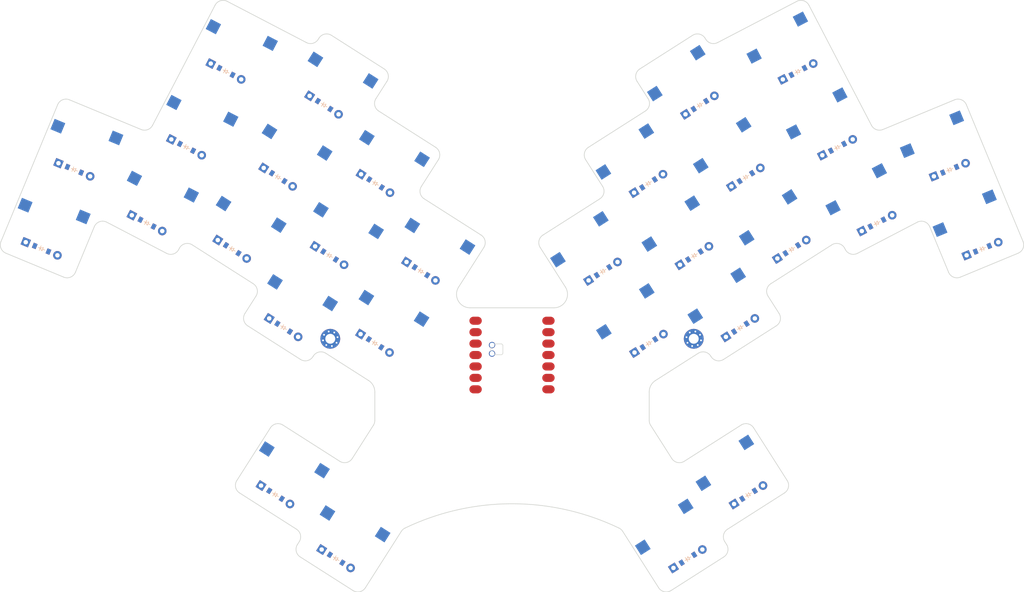
<source format=kicad_pcb>
(kicad_pcb (version 20241229) (generator "pcbnew") (generator_version "9.0")
  (layers (0 "F.Cu" signal) (2 "B.Cu" signal) (13 "F.Paste" user) (15 "B.Paste" user) (5 "F.SilkS" user "F.Silkscreen") (7 "B.SilkS" user "B.Silkscreen") (1 "F.Mask" user) (3 "B.Mask" user) (25 "Edge.Cuts" user))
  (net 0 "")
  (net 1 "P2")
  (net 2 "pinky_bottom")
  (net 3 "P0")
  (net 4 "pinky_home")
  (net 5 "P4")
  (net 6 "ring_bottom")
  (net 7 "P3")
  (net 8 "ring_home")
  (net 9 "P1")
  (net 10 "ring_top")
  (net 11 "P5")
  (net 12 "middle_bottom")
  (net 13 "middle_home")
  (net 14 "middle_top")
  (net 15 "index_bottom")
  (net 16 "index_home")
  (net 17 "index_top")
  (net 18 "inner_home")
  (net 19 "inner_top")
  (net 20 "mirror_pinky_bottom")
  (net 21 "mirror_pinky_home")
  (net 22 "mirror_ring_bottom")
  (net 23 "mirror_ring_home")
  (net 24 "mirror_ring_top")
  (net 25 "mirror_middle_bottom")
  (net 26 "mirror_middle_home")
  (net 27 "mirror_middle_top")
  (net 28 "mirror_index_bottom")
  (net 29 "mirror_index_home")
  (net 30 "mirror_index_top")
  (net 31 "mirror_inner_home")
  (net 32 "mirror_inner_top")
  (net 33 "tucky_default")
  (net 34 "reachy_default")
  (net 35 "mirror_tucky_default")
  (net 36 "mirror_reachy_default")
  (net 37 "P6")
  (net 38 "P7")
  (net 39 "P8")
  (net 40 "P10")
  (net 41 "P9")
  (net 42 "RAW5V")
  (net 43 "GND")
  (net 44 "RAW3V3")
  (net 45 "BAT_POS")
  (net 46 "BAT_NEG")
  (footprint "ComboDiode" (layer "F.Cu") (at 163.969083 80.269695 32.5)
    (property "Reference" "D26" (hide yes))
    (property "Value" "" (hide yes))
    (pad "1" thru_hole rect (at -3.81 0.000001 32.5) (size 1.778 1.778) (drill 0.9906) (layers "*.Cu" "*.Mask") (net 39 "P8"))
    (pad "1" smd rect (at -1.65 0 32.5) (size 0.9 1.2) (layers "F.Cu" "F.Mask" "F.Paste") (net 39 "P8"))
    (pad "1" smd rect (at -1.65 0 32.5) (size 0.9 1.2) (layers "B.Cu" "B.Mask" "B.Paste") (net 39 "P8"))
    (pad "2" smd rect (at 1.65 0 32.5) (size 0.9 1.2) (layers "F.Cu" "F.Mask" "F.Paste") (net 32 "mirror_inner_top"))
    (pad "2" smd rect (at 1.65 0 32.5) (size 0.9 1.2) (layers "B.Cu" "B.Mask" "B.Paste") (net 32 "mirror_inner_top"))
    (pad "2" thru_hole circle (at 3.81 -0.000001 32.5) (size 1.905 1.905) (drill 0.9906) (layers "*.Cu" "*.Mask") (net 32 "mirror_inner_top"))
  )
  (footprint "MX" (layer "F.Cu") (at 180.142175 139.957524 32.5)
    (property "Reference" "S30" (hide yes))
    (property "Value" "" (hide yes))
    (pad "" np_thru_hole circle (at -5.08 0) (size 1.7018 1.7018) (drill 1.7018) (layers "*.Cu" "*.Mask"))
    (pad "" np_thru_hole circle (at -3.81 -2.54) (size 3 3) (drill 3) (layers "*.Cu" "*.Mask"))
    (pad "" np_thru_hole circle (at 0 0) (size 3.9878 3.9878) (drill 3.9878) (layers "*.Cu" "*.Mask"))
    (pad "" np_thru_hole circle (at 2.54 -5.080001) (size 3 3) (drill 3) (layers "*.Cu" "*.Mask"))
    (pad "" np_thru_hole circle (at 5.08 0) (size 1.7018 1.7018) (drill 1.7018) (layers "*.Cu" "*.Mask"))
    (pad "1" smd rect (at -7.084999 -2.54 32.5) (size 2.55 2.5) (layers "B.Cu" "B.Mask" "B.Paste") (net 11 "P5"))
    (pad "2" smd rect (at 5.842 -5.08 32.5) (size 2.55 2.5) (layers "B.Cu" "B.Mask" "B.Paste") (net 36 "mirror_reachy_default"))
  )
  (footprint "ComboDiode" (layer "F.Cu") (at 216.079038 52.733968 27.5)
    (property "Reference" "D17" (hide yes))
    (property "Value" "" (hide yes))
    (pad "1" thru_hole rect (at -3.81 0 27.5) (size 1.778 1.778) (drill 0.9906) (layers "*.Cu" "*.Mask") (net 40 "P10"))
    (pad "1" smd rect (at -1.65 0 27.5) (size 0.9 1.2) (layers "F.Cu" "F.Mask" "F.Paste") (net 40 "P10"))
    (pad "1" smd rect (at -1.65 0 27.5) (size 0.9 1.2) (layers "B.Cu" "B.Mask" "B.Paste") (net 40 "P10"))
    (pad "2" smd rect (at 1.65 0 27.5) (size 0.9 1.2) (layers "F.Cu" "F.Mask" "F.Paste") (net 23 "mirror_ring_home"))
    (pad "2" smd rect (at 1.65 0 27.5) (size 0.9 1.2) (layers "B.Cu" "B.Mask" "B.Paste") (net 23 "mirror_ring_home"))
    (pad "2" thru_hole circle (at 3.81 0 27.5) (size 1.905 1.905) (drill 0.9906) (layers "*.Cu" "*.Mask") (net 23 "mirror_ring_home"))
  )
  (footprint "MX" (layer "F.Cu") (at 193.0252 55.15462 32.5)
    (property "Reference" "S20" (hide yes))
    (property "Value" "" (hide yes))
    (pad "" np_thru_hole circle (at -5.08 0) (size 1.7018 1.7018) (drill 1.7018) (layers "*.Cu" "*.Mask"))
    (pad "" np_thru_hole circle (at -3.81 -2.54) (size 3 3) (drill 3) (layers "*.Cu" "*.Mask"))
    (pad "" np_thru_hole circle (at 0 0) (size 3.9878 3.9878) (drill 3.9878) (layers "*.Cu" "*.Mask"))
    (pad "" np_thru_hole circle (at 2.54 -5.080001) (size 3 3) (drill 3) (layers "*.Cu" "*.Mask"))
    (pad "" np_thru_hole circle (at 5.08 0) (size 1.7018 1.7018) (drill 1.7018) (layers "*.Cu" "*.Mask"))
    (pad "1" smd rect (at -7.084999 -2.54 32.5) (size 2.55 2.5) (layers "B.Cu" "B.Mask" "B.Paste") (net 7 "P3"))
    (pad "2" smd rect (at 5.842 -5.08 32.5) (size 2.55 2.5) (layers "B.Cu" "B.Mask" "B.Paste") (net 26 "mirror_middle_home"))
  )
  (footprint "MX" (layer "F.Cu") (at 213.770295 48.298914 27.5)
    (property "Reference" "S17" (hide yes))
    (property "Value" "" (hide yes))
    (pad "" np_thru_hole circle (at -5.08 0) (size 1.7018 1.7018) (drill 1.7018) (layers "*.Cu" "*.Mask"))
    (pad "" np_thru_hole circle (at -3.81 -2.54) (size 3 3) (drill 3) (layers "*.Cu" "*.Mask"))
    (pad "" np_thru_hole circle (at 0 0) (size 3.9878 3.9878) (drill 3.9878) (layers "*.Cu" "*.Mask"))
    (pad "" np_thru_hole circle (at 2.540001 -5.08) (size 3 3) (drill 3) (layers "*.Cu" "*.Mask"))
    (pad "" np_thru_hole circle (at 5.08 0) (size 1.7018 1.7018) (drill 1.7018) (layers "*.Cu" "*.Mask"))
    (pad "1" smd rect (at -7.085 -2.54 27.5) (size 2.55 2.5) (layers "B.Cu" "B.Mask" "B.Paste") (net 1 "P2"))
    (pad "2" smd rect (at 5.842 -5.08 27.5) (size 2.55 2.5) (layers "B.Cu" "B.Mask" "B.Paste") (net 23 "mirror_ring_home"))
  )
  (footprint "MX" (layer "F.Cu") (at 171.491278 92.077176 32.5)
    (property "Reference" "S25" (hide yes))
    (property "Value" "" (hide yes))
    (pad "" np_thru_hole circle (at -5.08 0) (size 1.7018 1.7018) (drill 1.7018) (layers "*.Cu" "*.Mask"))
    (pad "" np_thru_hole circle (at -3.81 -2.54) (size 3 3) (drill 3) (layers "*.Cu" "*.Mask"))
    (pad "" np_thru_hole circle (at 0 0) (size 3.9878 3.9878) (drill 3.9878) (layers "*.Cu" "*.Mask"))
    (pad "" np_thru_hole circle (at 2.54 -5.080001) (size 3 3) (drill 3) (layers "*.Cu" "*.Mask"))
    (pad "" np_thru_hole circle (at 5.08 0) (size 1.7018 1.7018) (drill 1.7018) (layers "*.Cu" "*.Mask"))
    (pad "1" smd rect (at -7.084999 -2.54 32.5) (size 2.55 2.5) (layers "B.Cu" "B.Mask" "B.Paste") (net 7 "P3"))
    (pad "2" smd rect (at 5.842 -5.08 32.5) (size 2.55 2.5) (layers "B.Cu" "B.Mask" "B.Paste") (net 31 "mirror_inner_home"))
  )
  (footprint "ComboDiode" (layer "F.Cu") (at 113.296338 96.294133 -32.5)
    (property "Reference" "D12" (hide yes))
    (property "Value" "" (hide yes))
    (pad "1" thru_hole rect (at -3.81 -0.000001 327.5) (size 1.778 1.778) (drill 0.9906) (layers "*.Cu" "*.Mask") (net 39 "P8"))
    (pad "1" smd rect (at -1.65 0 327.5) (size 0.9 1.2) (layers "F.Cu" "F.Mask" "F.Paste") (net 39 "P8"))
    (pad "1" smd rect (at -1.65 0 327.5) (size 0.9 1.2) (layers "B.Cu" "B.Mask" "B.Paste") (net 39 "P8"))
    (pad "2" smd rect (at 1.65 0 327.5) (size 0.9 1.2) (layers "F.Cu" "F.Mask" "F.Paste") (net 18 "inner_home"))
    (pad "2" smd rect (at 1.65 0 327.5) (size 0.9 1.2) (layers "B.Cu" "B.Mask" "B.Paste") (net 18 "inner_home"))
    (pad "2" thru_hole circle (at 3.81 0.000001 327.5) (size 1.905 1.905) (drill 0.9906) (layers "*.Cu" "*.Mask") (net 18 "inner_home"))
  )
  (footprint "MX" (layer "F.Cu") (at 204.997071 31.445708 27.5)
    (property "Reference" "S18" (hide yes))
    (property "Value" "" (hide yes))
    (pad "" np_thru_hole circle (at -5.08 0) (size 1.7018 1.7018) (drill 1.7018) (layers "*.Cu" "*.Mask"))
    (pad "" np_thru_hole circle (at -3.81 -2.54) (size 3 3) (drill 3) (layers "*.Cu" "*.Mask"))
    (pad "" np_thru_hole circle (at 0 0) (size 3.9878 3.9878) (drill 3.9878) (layers "*.Cu" "*.Mask"))
    (pad "" np_thru_hole circle (at 2.540001 -5.08) (size 3 3) (drill 3) (layers "*.Cu" "*.Mask"))
    (pad "" np_thru_hole circle (at 5.08 0) (size 1.7018 1.7018) (drill 1.7018) (layers "*.Cu" "*.Mask"))
    (pad "1" smd rect (at -7.085 -2.54 27.5) (size 2.55 2.5) (layers "B.Cu" "B.Mask" "B.Paste") (net 3 "P0"))
    (pad "2" smd rect (at 5.842 -5.08 27.5) (size 2.55 2.5) (layers "B.Cu" "B.Mask" "B.Paste") (net 24 "mirror_ring_top"))
  )
  (footprint "ComboDiode" (layer "F.Cu") (at 104.645441 144.174481 -32.5)
    (property "Reference" "D28" (hide yes))
    (property "Value" "" (hide yes))
    (pad "1" thru_hole rect (at -3.81 -0.000001 327.5) (size 1.778 1.778) (drill 0.9906) (layers "*.Cu" "*.Mask") (net 39 "P8"))
    (pad "1" smd rect (at -1.65 0 327.5) (size 0.9 1.2) (layers "F.Cu" "F.Mask" "F.Paste") (net 39 "P8"))
    (pad "1" smd rect (at -1.65 0 327.5) (size 0.9 1.2) (layers "B.Cu" "B.Mask" "B.Paste") (net 39 "P8"))
    (pad "2" smd rect (at 1.65 0 327.5) (size 0.9 1.2) (layers "F.Cu" "F.Mask" "F.Paste") (net 34 "reachy_default"))
    (pad "2" smd rect (at 1.65 0 327.5) (size 0.9 1.2) (layers "B.Cu" "B.Mask" "B.Paste") (net 34 "reachy_default"))
    (pad "2" thru_hole circle (at 3.81 0.000001 327.5) (size 1.905 1.905) (drill 0.9906) (layers "*.Cu" "*.Mask") (net 34 "reachy_default"))
  )
  (footprint "MX" (layer "F.Cu") (at 93.859675 125.742722 -32.5)
    (property "Reference" "S27" (hide yes))
    (property "Value" "" (hide yes))
    (pad "" np_thru_hole circle (at -5.08 0) (size 1.7018 1.7018) (drill 1.7018) (layers "*.Cu" "*.Mask"))
    (pad "" np_thru_hole circle (at -3.81 -2.54) (size 3 3) (drill 3) (layers "*.Cu" "*.Mask"))
    (pad "" np_thru_hole circle (at 0 0) (size 3.9878 3.9878) (drill 3.9878) (layers "*.Cu" "*.Mask"))
    (pad "" np_thru_hole circle (at 2.54 -5.08) (size 3 3) (drill 3) (layers "*.Cu" "*.Mask"))
    (pad "" np_thru_hole circle (at 5.08 0) (size 1.7018 1.7018) (drill 1.7018) (layers "*.Cu" "*.Mask"))
    (pad "1" smd rect (at -7.085 -2.54 327.5) (size 2.55 2.5) (layers "B.Cu" "B.Mask" "B.Paste") (net 11 "P5"))
    (pad "2" smd rect (at 5.842 -5.08 327.5) (size 2.55 2.5) (layers "B.Cu" "B.Mask" "B.Paste") (net 33 "tucky_default"))
  )
  (footprint "MX" (layer "F.Cu") (at 48.3684 53.107429 -22.5)
    (property "Reference" "S2" (hide yes))
    (property "Value" "" (hide yes))
    (pad "" np_thru_hole circle (at -5.08 0) (size 1.7018 1.7018) (drill 1.7018) (layers "*.Cu" "*.Mask"))
    (pad "" np_thru_hole circle (at -3.81 -2.54) (size 3 3) (drill 3) (layers "*.Cu" "*.Mask"))
    (pad "" np_thru_hole circle (at 0 0) (size 3.9878 3.9878) (drill 3.9878) (layers "*.Cu" "*.Mask"))
    (pad "" np_thru_hole circle (at 2.54 -5.08) (size 3 3) (drill 3) (layers "*.Cu" "*.Mask"))
    (pad "" np_thru_hole circle (at 5.08 0) (size 1.7018 1.7018) (drill 1.7018) (layers "*.Cu" "*.Mask"))
    (pad "1" smd rect (at -7.085 -2.54 337.5) (size 2.55 2.5) (layers "B.Cu" "B.Mask" "B.Paste") (net 3 "P0"))
    (pad "2" smd rect (at 5.842 -5.08 337.5) (size 2.55 2.5) (layers "B.Cu" "B.Mask" "B.Paste") (net 4 "pinky_home"))
  )
  (footprint "ComboDiode" (layer "F.Cu") (at 91.173177 129.959679 -32.5)
    (property "Reference" "D27" (hide yes))
    (property "Value" "" (hide yes))
    (pad "1" thru_hole rect (at -3.81 -0.000001 327.5) (size 1.778 1.778) (drill 0.9906) (layers "*.Cu" "*.Mask") (net 38 "P7"))
    (pad "1" smd rect (at -1.65 0 327.5) (size 0.9 1.2) (layers "F.Cu" "F.Mask" "F.Paste") (net 38 "P7"))
    (pad "1" smd rect (at -1.65 0 327.5) (size 0.9 1.2) (layers "B.Cu" "B.Mask" "B.Paste") (net 38 "P7"))
    (pad "2" smd rect (at 1.65 0 327.5) (size 0.9 1.2) (layers "F.Cu" "F.Mask" "F.Paste") (net 33 "tucky_default"))
    (pad "2" smd rect (at 1.65 0 327.5) (size 0.9 1.2) (layers "B.Cu" "B.Mask" "B.Paste") (net 33 "tucky_default"))
    (pad "2" thru_hole circle (at 3.81 0.000001 327.5) (size 1.905 1.905) (drill 0.9906) (layers "*.Cu" "*.Mask") (net 33 "tucky_default"))
  )
  (footprint "ComboDiode" (layer "F.Cu") (at 123.505031 80.269695 -32.5)
    (property "Reference" "D13" (hide yes))
    (property "Value" "" (hide yes))
    (pad "1" thru_hole rect (at -3.81 -0.000001 327.5) (size 1.778 1.778) (drill 0.9906) (layers "*.Cu" "*.Mask") (net 39 "P8"))
    (pad "1" smd rect (at -1.65 0 327.5) (size 0.9 1.2) (layers "F.Cu" "F.Mask" "F.Paste") (net 39 "P8"))
    (pad "1" smd rect (at -1.65 0 327.5) (size 0.9 1.2) (layers "B.Cu" "B.Mask" "B.Paste") (net 39 "P8"))
    (pad "2" smd rect (at 1.65 0 327.5) (size 0.9 1.2) (layers "F.Cu" "F.Mask" "F.Paste") (net 19 "inner_top"))
    (pad "2" smd rect (at 1.65 0 327.5) (size 0.9 1.2) (layers "B.Cu" "B.Mask" "B.Paste") (net 19 "inner_top"))
    (pad "2" thru_hole circle (at 3.81 0.000001 327.5) (size 1.905 1.905) (drill 0.9906) (layers "*.Cu" "*.Mask") (net 19 "inner_top"))
  )
  (footprint "ComboDiode" (layer "F.Cu") (at 184.281172 76.791266 32.5)
    (property "Reference" "D23" (hide yes))
    (property "Value" "" (hide yes))
    (pad "1" thru_hole rect (at -3.81 0.000001 32.5) (size 1.778 1.778) (drill 0.9906) (layers "*.Cu" "*.Mask") (net 41 "P9"))
    (pad "1" smd rect (at -1.65 0 32.5) (size 0.9 1.2) (layers "F.Cu" "F.Mask" "F.Paste") (net 41 "P9"))
    (pad "1" smd rect (at -1.65 0 32.5) (size 0.9 1.2) (layers "B.Cu" "B.Mask" "B.Paste") (net 41 "P9"))
    (pad "2" smd rect (at 1.65 0 32.5) (size 0.9 1.2) (layers "F.Cu" "F.Mask" "F.Paste") (net 29 "mirror_index_home"))
    (pad "2" smd rect (at 1.65 0 32.5) (size 0.9 1.2) (layers "B.Cu" "B.Mask" "B.Paste") (net 29 "mirror_index_home"))
    (pad "2" thru_hole circle (at 3.81 -0.000001 32.5) (size 1.905 1.905) (drill 0.9906) (layers "*.Cu" "*.Mask") (net 29 "mirror_index_home"))
  )
  (footprint "MX" (layer "F.Cu") (at 84.240222 71.179057 -32.5)
    (property "Reference" "S6" (hide yes))
    (property "Value" "" (hide yes))
    (pad "" np_thru_hole circle (at -5.08 0) (size 1.7018 1.7018) (drill 1.7018) (layers "*.Cu" "*.Mask"))
    (pad "" np_thru_hole circle (at -3.81 -2.54) (size 3 3) (drill 3) (layers "*.Cu" "*.Mask"))
    (pad "" np_thru_hole circle (at 0 0) (size 3.9878 3.9878) (drill 3.9878) (layers "*.Cu" "*.Mask"))
    (pad "" np_thru_hole circle (at 2.54 -5.08) (size 3 3) (drill 3) (layers "*.Cu" "*.Mask"))
    (pad "" np_thru_hole circle (at 5.08 0) (size 1.7018 1.7018) (drill 1.7018) (layers "*.Cu" "*.Mask"))
    (pad "1" smd rect (at -7.085 -2.54 327.5) (size 2.55 2.5) (layers "B.Cu" "B.Mask" "B.Paste") (net 11 "P5"))
    (pad "2" smd rect (at 5.842 -5.08 327.5) (size 2.55 2.5) (layers "B.Cu" "B.Mask" "B.Paste") (net 12 "middle_bottom"))
  )
  (footprint "mcu:xiao-ble-smd-cutout" (layer "F.Cu") (at 143.737057 98.902738)
    (property "Reference" "MCU1" (hide yes))
    (property "Value" "xiao-ble" (hide yes))
    (fp_line (start -4.699 -0.7488) (end -4.699 -1.7902) (stroke (width 0.12)) (layer "Edge.Cuts"))
    (fp_line (start -4.0132 -2.476) (end -2.413 -2.476) (stroke (width 0.12)) (layer "Edge.Cuts"))
    (fp_line (start -2.413 -0.063) (end -4.0132 -0.063) (stroke (width 0.12)) (layer "Edge.Cuts"))
    (fp_line (start -2.032 -2.095) (end -2.032 -0.444) (stroke (width 0.12)) (layer "Edge.Cuts"))
    (fp_arc (start -4.699 -0.7488) (mid -4.095391 -0.666609) (end -4.0132 -0.063) (stroke (width 0.12)) (layer "Edge.Cuts"))
    (fp_arc (start -4.0132 -2.476) (mid -4.095391 -1.872391) (end -4.699 -1.7902) (stroke (width 0.12)) (layer "Edge.Cuts"))
    (fp_arc (start -2.413 -2.476) (mid -2.143592 -2.364408) (end -2.032 -2.095) (stroke (width 0.12)) (layer "Edge.Cuts"))
    (fp_arc (start -2.032 -0.444) (mid -2.143592 -0.174592) (end -2.413 -0.063) (stroke (width 0.12)) (layer "Edge.Cuts"))
    (pad "1" smd oval (at -8.56996 -7.62 180) (size 2.75 1.8) (drill (offset -0.475 0)) (layers "F.Cu" "F.Mask" "F.Paste") (net 3 "P0"))
    (pad "2" smd oval (at -8.56996 -5.08 180) (size 2.75 1.8) (drill (offset -0.475 0)) (layers "F.Cu" "F.Mask" "F.Paste") (net 9 "P1"))
    (pad "3" smd oval (at -8.56996 -2.54 180) (size 2.75 1.8) (drill (offset -0.475 0)) (layers "F.Cu" "F.Mask" "F.Paste") (net 1 "P2"))
    (pad "4" smd oval (at -8.56996 0 180) (size 2.75 1.8) (drill (offset -0.475 0)) (layers "F.Cu" "F.Mask" "F.Paste") (net 7 "P3"))
    (pad "5" smd oval (at -8.56996 2.54 180) (size 2.75 1.8) (drill (offset -0.475 0)) (layers "F.Cu" "F.Mask" "F.Paste") (net 5 "P4"))
    (pad "6" smd oval (at -8.56996 5.08 180) (size 2.75 1.8) (drill (offset -0.475 0)) (layers "F.Cu" "F.Mask" "F.Paste") (net 11 "P5"))
    (pad "7" smd oval (at -8.56996 7.62 180) (size 2.75 1.8) (drill (offset -0.475 0)) (layers "F.Cu" "F.Mask" "F.Paste") (net 37 "P6"))
    (pad "8" smd oval (at 8.56996 7.62) (size 2.75 1.8) (drill (offset -0.475 0)) (layers "F.Cu" "F.Mask" "F.Paste") (net 38 "P7"))
    (pad "9" smd oval (at 8.56996 5.08) (size 2.75 1.8) (drill (offset -0.475 0)) (layers "F.Cu" "F.Mask" "F.Paste") (net 39 "P8"))
    (pad "10" smd oval (at 8.56996 2.54) (size 2.75 1.8) (drill (offset -0.475 0)) (layers "F.Cu" "F.Mask" "F.Paste") (net 41 "P9"))
    (pad "11" smd oval (at 8.56996 0) (size 2.75 1.8) (drill (offset -0.475 0)) (layers "F.Cu" "F.Mask" "F.Paste") (net 40 "P10"))
    (pad "12" smd oval (at 8.56996 -2.54) (size 2.75 1.8) (drill (offset -0.475 0)) (layers "F.Cu" "F.Mask" "F.Paste") (net 44 "RAW3V3"))
    (pad "13" smd oval (at 8.56996 -5.08) (size 2.75 1.8) (drill (offset -0.475 0)) (layers "F.Cu" "F.Mask" "F.Paste") (net 43 "GND"))
    (pad "14" smd oval (at 8.56996 -7.62) (size 2.75 1.8) (drill (offset -0.475 0)) (layers "F.Cu" "F.Mask" "F.Paste") (net 42 "RAW5V"))
    (pad "19" thru_hole circle (at -4.445 -0.317 180) (size 1.397 1.397) (drill 1.016) (layers "*.Cu" "*.Mask") (net 45 "BAT_POS"))
    (pad "20" thru_hole circle (at -4.445 -2.222 180) (size 1.397 1.397) (drill 1.016) (layers "*.Cu" "*.Mask") (net 46 "BAT_NEG"))
  )
  (footprint "ComboDiode" (layer "F.Cu") (at 80.1683 35.880763 -27.5)
    (property "Reference" "D5" (hide yes))
    (property "Value" "" (hide yes))
    (pad "1" thru_hole rect (at -3.81 0 332.5) (size 1.778 1.778) (drill 0.9906) (layers "*.Cu" "*.Mask") (net 37 "P6"))
    (pad "1" smd rect (at -1.65 0 332.5) (size 0.9 1.2) (layers "F.Cu" "F.Mask" "F.Paste") (net 37 "P6"))
    (pad "1" smd rect (at -1.65 0 332.5) (size 0.9 1.2) (layers "B.Cu" "B.Mask" "B.Paste") (net 37 "P6"))
    (pad "2" smd rect (at 1.65 0 332.5) (size 0.9 1.2) (layers "F.Cu" "F.Mask" "F.Paste") (net 10 "ring_top"))
    (pad "2" smd rect (at 1.65 0 332.5) (size 0.9 1.2) (layers "B.Cu" "B.Mask" "B.Paste") (net 10 "ring_top"))
    (pad "2" thru_hole circle (at 3.81 0 332.5) (size 1.905 1.905) (drill 0.9906) (layers "*.Cu" "*.Mask") (net 10 "ring_top"))
  )
  (footprint "ComboDiode" (layer "F.Cu") (at 46.454982 57.726827 -22.5)
    (property "Reference" "D2" (hide yes))
    (property "Value" "" (hide yes))
    (pad "1" thru_hole rect (at -3.81 0 337.5) (size 1.778 1.778) (drill 0.9906) (layers "*.Cu" "*.Mask") (net 37 "P6"))
    (pad "1" smd rect (at -1.65 0 337.5) (size 0.9 1.2) (layers "F.Cu" "F.Mask" "F.Paste") (net 37 "P6"))
    (pad "1" smd rect (at -1.65 0 337.5) (size 0.9 1.2) (layers "B.Cu" "B.Mask" "B.Paste") (net 37 "P6"))
    (pad "2" smd rect (at 1.65 0 337.5) (size 0.9 1.2) (layers "F.Cu" "F.Mask" "F.Paste") (net 4 "pinky_home"))
    (pad "2" smd rect (at 1.65 0 337.5) (size 0.9 1.2) (layers "B.Cu" "B.Mask" "B.Paste") (net 4 "pinky_home"))
    (pad "2" thru_hole circle (at 3.81 0 337.5) (size 1.905 1.905) (drill 0.9906) (layers "*.Cu" "*.Mask") (net 4 "pinky_home"))
  )
  (footprint "MX" (layer "F.Cu") (at 182.816507 39.130182 32.5)
    (property "Reference" "S21" (hide yes))
    (property "Value" "" (hide yes))
    (pad "" np_thru_hole circle (at -5.08 0) (size 1.7018 1.7018) (drill 1.7018) (layers "*.Cu" "*.Mask"))
    (pad "" np_thru_hole circle (at -3.81 -2.54) (size 3 3) (drill 3) (layers "*.Cu" "*.Mask"))
    (pad "" np_thru_hole circle (at 0 0) (size 3.9878 3.9878) (drill 3.9878) (layers "*.Cu" "*.Mask"))
    (pad "" np_thru_hole circle (at 2.54 -5.080001) (size 3 3) (drill 3) (layers "*.Cu" "*.Mask"))
    (pad "" np_thru_hole circle (at 5.08 0) (size 1.7018 1.7018) (drill 1.7018) (layers "*.Cu" "*.Mask"))
    (pad "1" smd rect (at -7.084999 -2.54 32.5) (size 2.55 2.5) (layers "B.Cu" "B.Mask" "B.Paste") (net 9 "P1"))
    (pad "2" smd rect (at 5.842 -5.08 32.5) (size 2.55 2.5) (layers "B.Cu" "B.Mask" "B.Paste") (net 27 "mirror_middle_top"))
  )
  (footprint "MX" (layer "F.Cu") (at 64.930596 65.15212 -27.5)
    (property "Reference" "S3" (hide yes))
    (property "Value" "" (hide yes))
    (pad "" np_thru_hole circle (at -5.08 0) (size 1.7018 1.7018) (drill 1.7018) (layers "*.Cu" "*.Mask"))
    (pad "" np_thru_hole circle (at -3.81 -2.54) (size 3 3) (drill 3) (layers "*.Cu" "*.Mask"))
    (pad "" np_thru_hole circle (at 0 0) (size 3.9878 3.9878) (drill 3.9878) (layers "*.Cu" "*.Mask"))
    (pad "" np_thru_hole circle (at 2.539999 -5.08) (size 3 3) (drill 3) (layers "*.Cu" "*.Mask"))
    (pad "" np_thru_hole circle (at 5.08 0) (size 1.7018 1.7018) (drill 1.7018) (layers "*.Cu" "*.Mask"))
    (pad "1" smd rect (at -7.085 -2.54 332.5) (size 2.55 2.5) (layers "B.Cu" "B.Mask" "B.Paste") (net 5 "P4"))
    (pad "2" smd rect (at 5.842 -5.08 332.5) (size 2.55 2.5) (layers "B.Cu" "B.Mask" "B.Paste") (net 6 "ring_bottom"))
  )
  (footprint "ComboDiode" (layer "F.Cu") (at 185.503005 43.34714 32.5)
    (property "Reference" "D21" (hide yes))
    (property "Value" "" (hide yes))
    (pad "1" thru_hole rect (at -3.81 0.000001 32.5) (size 1.778 1.778) (drill 0.9906) (layers "*.Cu" "*.Mask") (net 41 "P9"))
    (pad "1" smd rect (at -1.65 0 32.5) (size 0.9 1.2) (layers "F.Cu" "F.Mask" "F.Paste") (net 41 "P9"))
    (pad "1" smd rect (at -1.65 0 32.5) (size 0.9 1.2) (layers "B.Cu" "B.Mask" "B.Paste") (net 41 "P9"))
    (pad "2" smd rect (at 1.65 0 32.5) (size 0.9 1.2) (layers "F.Cu" "F.Mask" "F.Paste") (net 27 "mirror_middle_top"))
    (pad "2" smd rect (at 1.65 0 32.5) (size 0.9 1.2) (layers "B.Cu" "B.Mask" "B.Paste") (net 27 "mirror_middle_top"))
    (pad "2" thru_hole circle (at 3.81 -0.000001 32.5) (size 1.905 1.905) (drill 0.9906) (layers "*.Cu" "*.Mask") (net 27 "mirror_middle_top"))
  )
  (footprint "ComboDiode" (layer "F.Cu") (at 195.711698 59.371577 32.5)
    (property "Reference" "D20" (hide yes))
    (property "Value" "" (hide yes))
    (pad "1" thru_hole rect (at -3.81 0.000001 32.5) (size 1.778 1.778) (drill 0.9906) (layers "*.Cu" "*.Mask") (net 41 "P9"))
    (pad "1" smd rect (at -1.65 0 32.5) (size 0.9 1.2) (layers "F.Cu" "F.Mask" "F.Paste") (net 41 "P9"))
    (pad "1" smd rect (at -1.65 0 32.5) (size 0.9 1.2) (layers "B.Cu" "B.Mask" "B.Paste") (net 41 "P9"))
    (pad "2" smd rect (at 1.65 0 32.5) (size 0.9 1.2) (layers "F.Cu" "F.Mask" "F.Paste") (net 26 "mirror_middle_home"))
    (pad "2" smd rect (at 1.65 0 32.5) (size 0.9 1.2) (layers "B.Cu" "B.Mask" "B.Paste") (net 26 "mirror_middle_home"))
    (pad "2" thru_hole circle (at 3.81 -0.000001 32.5) (size 1.905 1.905) (drill 0.9906) (layers "*.Cu" "*.Mask") (net 26 "mirror_middle_home"))
  )
  (footprint "ComboDiode" (layer "F.Cu") (at 207.305814 35.880763 27.5)
    (property "Reference" "D18" (hide yes))
    (property "Value" "" (hide yes))
    (pad "1" thru_hole rect (at -3.81 0 27.5) (size 1.778 1.778) (drill 0.9906) (layers "*.Cu" "*.Mask") (net 40 "P10"))
    (pad "1" smd rect (at -1.65 0 27.5) (size 0.9 1.2) (layers "F.Cu" "F.Mask" "F.Paste") (net 40 "P10"))
    (pad "1" smd rect (at -1.65 0 27.5) (size 0.9 1.2) (layers "B.Cu" "B.Mask" "B.Paste") (net 40 "P10"))
    (pad "2" smd rect (at 1.65 0 27.5) (size 0.9 1.2) (layers "F.Cu" "F.Mask" "F.Paste") (net 24 "mirror_ring_top"))
    (pad "2" smd rect (at 1.65 0 27.5) (size 0.9 1.2) (layers "B.Cu" "B.Mask" "B.Paste") (net 24 "mirror_ring_top"))
    (pad "2" thru_hole circle (at 3.81 0 27.5) (size 1.905 1.905) (drill 0.9906) (layers "*.Cu" "*.Mask") (net 24 "mirror_ring_top"))
  )
  (footprint "MX" (layer "F.Cu") (at 73.703819 48.298914 -27.5)
    (property "Reference" "S4" (hide yes))
    (property "Value" "" (hide yes))
    (pad "" np_thru_hole circle (at -5.08 0) (size 1.7018 1.7018) (drill 1.7018) (layers "*.Cu" "*.Mask"))
    (pad "" np_thru_hole circle (at -3.81 -2.54) (size 3 3) (drill 3) (layers "*.Cu" "*.Mask"))
    (pad "" np_thru_hole circle (at 0 0) (size 3.9878 3.9878) (drill 3.9878) (layers "*.Cu" "*.Mask"))
    (pad "" np_thru_hole circle (at 2.539999 -5.08) (size 3 3) (drill 3) (layers "*.Cu" "*.Mask"))
    (pad "" np_thru_hole circle (at 5.08 0) (size 1.7018 1.7018) (drill 1.7018) (layers "*.Cu" "*.Mask"))
    (pad "1" smd rect (at -7.085 -2.54 332.5) (size 2.55 2.5) (layers "B.Cu" "B.Mask" "B.Paste") (net 7 "P3"))
    (pad "2" smd rect (at 5.842 -5.08 332.5) (size 2.55 2.5) (layers "B.Cu" "B.Mask" "B.Paste") (net 8 "ring_home"))
  )
  (footprint "MX" (layer "F.Cu") (at 115.982836 92.077176 -32.5)
    (property "Reference" "S12" (hide yes))
    (property "Value" "" (hide yes))
    (pad "" np_thru_hole circle (at -5.08 0) (size 1.7018 1.7018) (drill 1.7018) (layers "*.Cu" "*.Mask"))
    (pad "" np_thru_hole circle (at -3.81 -2.54) (size 3 3) (drill 3) (layers "*.Cu" "*.Mask"))
    (pad "" np_thru_hole circle (at 0 0) (size 3.9878 3.9878) (drill 3.9878) (layers "*.Cu" "*.Mask"))
    (pad "" np_thru_hole circle (at 2.54 -5.08) (size 3 3) (drill 3) (layers "*.Cu" "*.Mask"))
    (pad "" np_thru_hole circle (at 5.08 0) (size 1.7018 1.7018) (drill 1.7018) (layers "*.Cu" "*.Mask"))
    (pad "1" smd rect (at -7.085 -2.54 327.5) (size 2.55 2.5) (layers "B.Cu" "B.Mask" "B.Paste") (net 1 "P2"))
    (pad "2" smd rect (at 5.842 -5.08 327.5) (size 2.55 2.5) (layers "B.Cu" "B.Mask" "B.Paste") (net 18 "inner_home"))
  )
  (footprint "ComboDiode" (layer "F.Cu") (at 39.183997 75.280538 -22.5)
    (property "Reference" "D1" (hide yes))
    (property "Value" "" (hide yes))
    (pad "1" thru_hole rect (at -3.81 0 337.5) (size 1.778 1.778) (drill 0.9906) (layers "*.Cu" "*.Mask") (net 37 "P6"))
    (pad "1" smd rect (at -1.65 0 337.5) (size 0.9 1.2) (layers "F.Cu" "F.Mask" "F.Paste") (net 37 "P6"))
    (pad "1" smd rect (at -1.65 0 337.5) (size 0.9 1.2) (layers "B.Cu" "B.Mask" "B.Paste") (net 37 "P6"))
    (pad "2" smd rect (at 1.65 0 337.5) (size 0.9 1.2) (layers "F.Cu" "F.Mask" "F.Paste") (net 2 "pinky_bottom"))
    (pad "2" smd rect (at 1.65 0 337.5) (size 0.9 1.2) (layers "B.Cu" "B.Mask" "B.Paste") (net 2 "pinky_bottom"))
    (pad "2" thru_hole circle (at 3.81 0 337.5) (size 1.905 1.905) (drill 0.9906) (layers "*.Cu" "*.Mask") (net 2 "pinky_bottom"))
  )
  (footprint "ComboDiode" (layer "F.Cu") (at 101.971109 43.34714 -32.5)
    (property "Reference" "D8" (hide yes))
    (property "Value" "" (hide yes))
    (pad "1" thru_hole rect (at -3.81 -0.000001 327.5) (size 1.778 1.778) (drill 0.9906) (layers "*.Cu" "*.Mask") (net 38 "P7"))
    (pad "1" smd rect (at -1.65 0 327.5) (size 0.9 1.2) (layers "F.Cu" "F.Mask" "F.Paste") (net 38 "P7"))
    (pad "1" smd rect (at -1.65 0 327.5) (size 0.9 1.2) (layers "B.Cu" "B.Mask" "B.Paste") (net 38 "P7"))
    (pad "2" smd rect (at 1.65 0 327.5) (size 0.9 1.2) (layers "F.Cu" "F.Mask" "F.Paste") (net 14 "middle_top"))
    (pad "2" smd rect (at 1.65 0 327.5) (size 0.9 1.2) (layers "B.Cu" "B.Mask" "B.Paste") (net 14 "middle_top"))
    (pad "2" thru_hole circle (at 3.81 0.000001 327.5) (size 1.905 1.905) (drill 0.9906) (layers "*.Cu" "*.Mask") (net 14 "middle_top"))
  )
  (footprint "MX" (layer "F.Cu") (at 94.448914 55.15462 -32.5)
    (property "Reference" "S7" (hide yes))
    (property "Value" "" (hide yes))
    (pad "" np_thru_hole circle (at -5.08 0) (size 1.7018 1.7018) (drill 1.7018) (layers "*.Cu" "*.Mask"))
    (pad "" np_thru_hole circle (at -3.81 -2.54) (size 3 3) (drill 3) (layers "*.Cu" "*.Mask"))
    (pad "" np_thru_hole circle (at 0 0) (size 3.9878 3.9878) (drill 3.9878) (layers "*.Cu" "*.Mask"))
    (pad "" np_thru_hole circle (at 2.54 -5.08) (size 3 3) (drill 3) (layers "*.Cu" "*.Mask"))
    (pad "" np_thru_hole circle (at 5.08 0) (size 1.7018 1.7018) (drill 1.7018) (layers "*.Cu" "*.Mask"))
    (pad "1" smd rect (at -7.085 -2.54 327.5) (size 2.55 2.5) (layers "B.Cu" "B.Mask" "B.Paste") (net 1 "P2"))
    (pad "2" smd rect (at 5.842 -5.08 327.5) (size 2.55 2.5) (layers "B.Cu" "B.Mask" "B.Paste") (net 13 "middle_home"))
  )
  (footprint "MX" (layer "F.Cu") (at 161.282585 76.052738 32.5)
    (property "Reference" "S26" (hide yes))
    (property "Value" "" (hide yes))
    (pad "" np_thru_hole circle (at -5.08 0) (size 1.7018 1.7018) (drill 1.7018) (layers "*.Cu" "*.Mask"))
    (pad "" np_thru_hole circle (at -3.81 -2.54) (size 3 3) (drill 3) (layers "*.Cu" "*.Mask"))
    (pad "" np_thru_hole circle (at 0 0) (size 3.9878 3.9878) (drill 3.9878) (layers "*.Cu" "*.Mask"))
    (pad "" np_thru_hole circle (at 2.54 -5.080001) (size 3 3) (drill 3) (layers "*.Cu" "*.Mask"))
    (pad "" np_thru_hole circle (at 5.08 0) (size 1.7018 1.7018) (drill 1.7018) (layers "*.Cu" "*.Mask"))
    (pad "1" smd rect (at -7.084999 -2.54 32.5) (size 2.55 2.5) (layers "B.Cu" "B.Mask" "B.Paste") (net 9 "P1"))
    (pad "2" smd rect (at 5.842 -5.08 32.5) (size 2.55 2.5) (layers "B.Cu" "B.Mask" "B.Paste") (net 32 "mirror_inner_top"))
  )
  (footprint "MX" (layer "F.Cu") (at 203.233892 71.179057 32.5)
    (property "Reference" "S19" (hide yes))
    (property "Value" "" (hide yes))
    (pad "" np_thru_hole circle (at -5.08 0) (size 1.7018 1.7018) (drill 1.7018) (layers "*.Cu" "*.Mask"))
    (pad "" np_thru_hole circle (at -3.81 -2.54) (size 3 3) (drill 3) (layers "*.Cu" "*.Mask"))
    (pad "" np_thru_hole circle (at 0 0) (size 3.9878 3.9878) (drill 3.9878) (layers "*.Cu" "*.Mask"))
    (pad "" np_thru_hole circle (at 2.54 -5.080001) (size 3 3) (drill 3) (layers "*.Cu" "*.Mask"))
    (pad "" np_thru_hole circle (at 5.08 0) (size 1.7018 1.7018) (drill 1.7018) (layers "*.Cu" "*.Mask"))
    (pad "1" smd rect (at -7.084999 -2.54 32.5) (size 2.55 2.5) (layers "B.Cu" "B.Mask" "B.Paste") (net 5 "P4"))
    (pad "2" smd rect (at 5.842 -5.08 32.5) (size 2.55 2.5) (layers "B.Cu" "B.Mask" "B.Paste") (net 25 "mirror_middle_bottom"))
  )
  (footprint "MX" (layer "F.Cu") (at 95.670748 88.598747 -32.5)
    (property "Reference" "S9" (hide yes))
    (property "Value" "" (hide yes))
    (pad "" np_thru_hole circle (at -5.08 0) (size 1.7018 1.7018) (drill 1.7018) (layers "*.Cu" "*.Mask"))
    (pad "" np_thru_hole circle (at -3.81 -2.54) (size 3 3) (drill 3) (layers "*.Cu" "*.Mask"))
    (pad "" np_thru_hole circle (at 0 0) (size 3.9878 3.9878) (drill 3.9878) (layers "*.Cu" "*.Mask"))
    (pad "" np_thru_hole circle (at 2.54 -5.08) (size 3 3) (drill 3) (layers "*.Cu" "*.Mask"))
    (pad "" np_thru_hole circle (at 5.08 0) (size 1.7018 1.7018) (drill 1.7018) (layers "*.Cu" "*.Mask"))
    (pad "1" smd rect (at -7.085 -2.54 327.5) (size 2.55 2.5) (layers "B.Cu" "B.Mask" "B.Paste") (net 5 "P4"))
    (pad "2" smd rect (at 5.842 -5.08 327.5) (size 2.55 2.5) (layers "B.Cu" "B.Mask" "B.Paste") (net 15 "index_bottom"))
  )
  (footprint "ComboDiode" (layer "F.Cu") (at 113.401635 60.766829 -32.5)
    (property "Reference" "D11" (hide yes))
    (property "Value" "" (hide yes))
    (pad "1" thru_hole rect (at -3.81 -0.000001 327.5) (size 1.778 1.778) (drill 0.9906) (layers "*.Cu" "*.Mask") (net 38 "P7"))
    (pad "1" smd rect (at -1.65 0 327.5) (size 0.9 1.2) (layers "F.Cu" "F.Mask" "F.Paste") (net 38 "P7"))
    (pad "1" smd rect (at -1.65 0 327.5) (size 0.9 1.2) (layers "B.Cu" "B.Mask" "B.Paste") (net 38 "P7"))
    (pad "2" smd rect (at 1.65 0 327.5) (size 0.9 1.2) (layers "F.Cu" "F.Mask" "F.Paste") (net 17 "index_top"))
    (pad "2" smd rect (at 1.65 0 327.5) (size 0.9 1.2) (layers "B.Cu" "B.Mask" "B.Paste") (net 17 "index_top"))
    (pad "2" thru_hole circle (at 3.81 0.000001 327.5) (size 1.905 1.905) (drill 0.9906) (layers "*.Cu" "*.Mask") (net 17 "index_top"))
  )
  (footprint "ComboDiode" (layer "F.Cu") (at 196.300937 129.959679 32.5)
    (property "Reference" "D29" (hide yes))
    (property "Value" "" (hide yes))
    (pad "1" thru_hole rect (at -3.81 0.000001 32.5) (size 1.778 1.778) (drill 0.9906) (layers "*.Cu" "*.Mask") (net 40 "P10"))
    (pad "1" smd rect (at -1.65 0 32.5) (size 0.9 1.2) (layers "F.Cu" "F.Mask" "F.Paste") (net 40 "P10"))
    (pad "1" smd rect (at -1.65 0 32.5) (size 0.9 1.2) (layers "B.Cu" "B.Mask" "B.Paste") (net 40 "P10"))
    (pad "2" smd rect (at 1.65 0 32.5) (size 0.9 1.2) (layers "F.Cu" "F.Mask" "F.Paste") (net 35 "mirror_tucky_default"))
    (pad "2" smd rect (at 1.65 0 32.5) (size 0.9 1.2) (layers "B.Cu" "B.Mask" "B.Paste") (net 35 "mirror_tucky_default"))
    (pad "2" thru_hole circle (at 3.81 -0.000001 32.5) (size 1.905 1.905) (drill 0.9906) (layers "*.Cu" "*.Mask") (net 35 "mirror_tucky_default"))
  )
  (footprint "MX" (layer "F.Cu") (at 116.088133 56.549872 -32.5)
    (property "Reference" "S11" (hide yes))
    (property "Value" "" (hide yes))
    (pad "" np_thru_hole circle (at -5.08 0) (size 1.7018 1.7018) (drill 1.7018) (layers "*.Cu" "*.Mask"))
    (pad "" np_thru_hole circle (at -3.81 -2.54) (size 3 3) (drill 3) (layers "*.Cu" "*.Mask"))
    (pad "" np_thru_hole circle (at 0 0) (size 3.9878 3.9878) (drill 3.9878) (layers "*.Cu" "*.Mask"))
    (pad "" np_thru_hole circle (at 2.54 -5.08) (size 3 3) (drill 3) (layers "*.Cu" "*.Mask"))
    (pad "" np_thru_hole circle (at 5.08 0) (size 1.7018 1.7018) (drill 1.7018) (layers "*.Cu" "*.Mask"))
    (pad "1" smd rect (at -7.085 -2.54 327.5) (size 2.55 2.5) (layers "B.Cu" "B.Mask" "B.Paste") (net 9 "P1"))
    (pad "2" smd rect (at 5.842 -5.08 327.5) (size 2.55 2.5) (layers "B.Cu" "B.Mask" "B.Paste") (net 17 "index_top"))
  )
  (footprint "MX" (layer "F.Cu") (at 126.191529 76.052738 -32.5)
    (property "Reference" "S13" (hide yes))
    (property "Value" "" (hide yes))
    (pad "" np_thru_hole circle (at -5.08 0) (size 1.7018 1.7018) (drill 1.7018) (layers "*.Cu" "*.Mask"))
    (pad "" np_thru_hole circle (at -3.81 -2.54) (size 3 3) (drill 3) (layers "*.Cu" "*.Mask"))
    (pad "" np_thru_hole circle (at 0 0) (size 3.9878 3.9878) (drill 3.9878) (layers "*.Cu" "*.Mask"))
    (pad "" np_thru_hole circle (at 2.54 -5.08) (size 3 3) (drill 3) (layers "*.Cu" "*.Mask"))
    (pad "" np_thru_hole circle (at 5.08 0) (size 1.7018 1.7018) (drill 1.7018) (layers "*.Cu" "*.Mask"))
    (pad "1" smd rect (at -7.085 -2.54 327.5) (size 2.55 2.5) (layers "B.Cu" "B.Mask" "B.Paste") (net 3 "P0"))
    (pad "2" smd rect (at 5.842 -5.08 327.5) (size 2.55 2.5) (layers "B.Cu" "B.Mask" "B.Paste") (net 19 "inner_top"))
  )
  (footprint "MX" (layer "F.Cu") (at 193.614439 125.742722 32.5)
    (property "Reference" "S29" (hide yes))
    (property "Value" "" (hide yes))
    (pad "" np_thru_hole circle (at -5.08 0) (size 1.7018 1.7018) (drill 1.7018) (layers "*.Cu" "*.Mask"))
    (pad "" np_thru_hole circle (at -3.81 -2.54) (size 3 3) (drill 3) (layers "*.Cu" "*.Mask"))
    (pad "" np_thru_hole circle (at 0 0) (size 3.9878 3.9878) (drill 3.9878) (layers "*.Cu" "*.Mask"))
    (pad "" np_thru_hole circle (at 2.54 -5.080001) (size 3 3) (drill 3) (layers "*.Cu" "*.Mask"))
    (pad "" np_thru_hole circle (at 5.08 0) (size 1.7018 1.7018) (drill 1.7018) (layers "*.Cu" "*.Mask"))
    (pad "1" smd rect (at -7.084999 -2.54 32.5) (size 2.55 2.5) (layers "B.Cu" "B.Mask" "B.Paste") (net 5 "P4"))
    (pad "2" smd rect (at 5.842 -5.08 32.5) (size 2.55 2.5) (layers "B.Cu" "B.Mask" "B.Paste") (net 35 "mirror_tucky_default"))
  )
  (footprint "MX" (layer "F.Cu") (at 239.105714 53.107429 22.5)
    (property "Reference" "S15" (hide yes))
    (property "Value" "" (hide yes))
    (pad "" np_thru_hole circle (at -5.08 0) (size 1.7018 1.7018) (drill 1.7018) (layers "*.Cu" "*.Mask"))
    (pad "" np_thru_hole circle (at -3.81 -2.54) (size 3 3) (drill 3) (layers "*.Cu" "*.Mask"))
    (pad "" np_thru_hole circle (at 0 0) (size 3.9878 3.9878) (drill 3.9878) (layers "*.Cu" "*.Mask"))
    (pad "" np_thru_hole circle (at 2.54 -5.08) (size 3 3) (drill 3) (layers "*.Cu" "*.Mask"))
    (pad "" np_thru_hole circle (at 5.08 0) (size 1.7018 1.7018) (drill 1.7018) (layers "*.Cu" "*.Mask"))
    (pad "1" smd rect (at -7.085 -2.54 22.5) (size 2.55 2.5) (layers "B.Cu" "B.Mask" "B.Paste") (net 9 "P1"))
    (pad "2" smd rect (at 5.842 -5.08 22.5) (size 2.55 2.5) (layers "B.Cu" "B.Mask" "B.Paste") (net 21 "mirror_pinky_home"))
  )
  (footprint "ComboDiode" (layer "F.Cu") (at 174.072479 60.766829 32.5)
    (property "Reference" "D24" (hide yes))
    (property "Value" "" (hide yes))
    (pad "1" thru_hole rect (at -3.81 0.000001 32.5) (size 1.778 1.778) (drill 0.9906) (layers "*.Cu" "*.Mask") (net 41 "P9"))
    (pad "1" smd rect (at -1.65 0 32.5) (size 0.9 1.2) (layers "F.Cu" "F.Mask" "F.Paste") (net 41 "P9"))
    (pad "1" smd rect (at -1.65 0 32.5) (size 0.9 1.2) (layers "B.Cu" "B.Mask" "B.Paste") (net 41 "P9"))
    (pad "2" smd rect (at 1.65 0 32.5) (size 0.9 1.2) (layers "F.Cu" "F.Mask" "F.Paste") (net 30 "mirror_index_top"))
    (pad "2" smd rect (at 1.65 0 32.5) (size 0.9 1.2) (layers "B.Cu" "B.Mask" "B.Paste") (net 30 "mirror_index_top"))
    (pad "2" thru_hole circle (at 3.81 -0.000001 32.5) (size 1.905 1.905) (drill 0.9906) (layers "*.Cu" "*.Mask") (net 30 "mirror_index_top"))
  )
  (footprint "MX" (layer "F.Cu") (at 181.594674 72.574309 32.5)
    (property "Reference" "S23" (hide yes))
    (property "Value" "" (hide yes))
    (pad "" np_thru_hole circle (at -5.08 0) (size 1.7018 1.7018) (drill 1.7018) (layers "*.Cu" "*.Mask"))
    (pad "" np_thru_hole circle (at -3.81 -2.54) (size 3 3) (drill 3) (layers "*.Cu" "*.Mask"))
    (pad "" np_thru_hole circle (at 0 0) (size 3.9878 3.9878) (drill 3.9878) (layers "*.Cu" "*.Mask"))
    (pad "" np_thru_hole circle (at 2.54 -5.080001) (size 3 3) (drill 3) (layers "*.Cu" "*.Mask"))
    (pad "" np_thru_hole circle (at 5.08 0) (size 1.7018 1.7018) (drill 1.7018) (layers "*.Cu" "*.Mask"))
    (pad "1" smd rect (at -7.084999 -2.54 32.5) (size 2.55 2.5) (layers "B.Cu" "B.Mask" "B.Paste") (net 1 "P2"))
    (pad "2" smd rect (at 5.842 -5.08 32.5) (size 2.55 2.5) (layers "B.Cu" "B.Mask" "B.Paste") (net 29 "mirror_index_home"))
  )
  (footprint "ComboDiode" (layer "F.Cu") (at 92.98425 92.815704 -32.5)
    (property "Reference" "D9" (hide yes))
    (property "Value" "" (hide yes))
    (pad "1" thru_hole rect (at -3.81 -0.000001 327.5) (size 1.778 1.778) (drill 0.9906) (layers "*.Cu" "*.Mask") (net 38 "P7"))
    (pad "1" smd rect (at -1.65 0 327.5) (size 0.9 1.2) (layers "F.Cu" "F.Mask" "F.Paste") (net 38 "P7"))
    (pad "1" smd rect (at -1.65 0 327.5) (size 0.9 1.2) (layers "B.Cu" "B.Mask" "B.Paste") (net 38 "P7"))
    (pad "2" smd rect (at 1.65 0 327.5) (size 0.9 1.2) (layers "F.Cu" "F.Mask" "F.Paste") (net 15 "index_bottom"))
    (pad "2" smd rect (at 1.65 0 327.5) (size 0.9 1.2) (layers "B.Cu" "B.Mask" "B.Paste") (net 15 "index_bottom"))
    (pad "2" thru_hole circle (at 3.81 0.000001 327.5) (size 1.905 1.905) (drill 0.9906) (layers "*.Cu" "*.Mask") (net 15 "index_bottom"))
  )
  (footprint "MX" (layer "F.Cu") (at 222.543518 65.15212 27.5)
    (property "Reference" "S16" (hide yes))
    (property "Value" "" (hide yes))
    (pad "" np_thru_hole circle (at -5.08 0) (size 1.7018 1.7018) (drill 1.7018) (layers "*.Cu" "*.Mask"))
    (pad "" np_thru_hole circle (at -3.81 -2.54) (size 3 3) (drill 3) (layers "*.Cu" "*.Mask"))
    (pad "" np_thru_hole circle (at 0 0) (size 3.9878 3.9878) (drill 3.9878) (layers "*.Cu" "*.Mask"))
    (pad "" np_thru_hole circle (at 2.540001 -5.08) (size 3 3) (drill 3) (layers "*.Cu" "*.Mask"))
    (pad "" np_thru_hole circle (at 5.08 0) (size 1.7018 1.7018) (drill 1.7018) (layers "*.Cu" "*.Mask"))
    (pad "1" smd rect (at -7.085 -2.54 27.5) (size 2.55 2.5) (layers "B.Cu" "B.Mask" "B.Paste") (net 11 "P5"))
    (pad "2" smd rect (at 5.842 -5.08 27.5) (size 2.55 2.5) (layers "B.Cu" "B.Mask" "B.Paste") (net 22 "mirror_ring_bottom"))
  )
  (footprint "ComboDiode" (layer "F.Cu") (at 194.489864 92.815704 32.5)
    (property "Reference" "D22" (hide yes))
    (property "Value" "" (hide yes))
    (pad "1" thru_hole rect (at -3.81 0.000001 32.5) (size 1.778 1.778) (drill 0.9906) (layers "*.Cu" "*.Mask") (net 39 "P8"))
    (pad "1" smd rect (at -1.65 0 32.5) (size 0.9 1.2) (layers "F.Cu" "F.Mask" "F.Paste") (net 39 "P8"))
    (pad "1" smd rect (at -1.65 0 32.5) (size 0.9 1.2) (layers "B.Cu" "B.Mask" "B.Paste") (net 39 "P8"))
    (pad "2" smd rect (at 1.65 0 32.5) (size 0.9 1.2) (layers "F.Cu" "F.Mask" "F.Paste") (net 28 "mirror_index_bottom"))
    (pad "2" smd rect (at 1.65 0 32.5) (size 0.9 1.2) (layers "B.Cu" "B.Mask" "B.Paste") (net 28 "mirror_index_bottom"))
    (pad "2" thru_hole circle (at 3.81 -0.000001 32.5) (size 1.905 1.905) (drill 0.9906) (layers "*.Cu" "*.Mask") (net 28 "mirror_index_bottom"))
  )
  (footprint "ComboDiode" (layer "F.Cu") (at 241.019132 57.726827 22.5)
    (property "Reference" "D15" (hide yes))
    (property "Value" "" (hide yes))
    (pad "1" thru_hole rect (at -3.81 0 22.5) (size 1.778 1.778) (drill 0.9906) (layers "*.Cu" "*.Mask") (net 40 "P10"))
    (pad "1" smd rect (at -1.65 0 22.5) (size 0.9 1.2) (layers "F.Cu" "F.Mask" "F.Paste") (net 40 "P10"))
    (pad "1" smd rect (at -1.65 0 22.5) (size 0.9 1.2) (layers "B.Cu" "B.Mask" "B.Paste") (net 40 "P10"))
    (pad "2" smd rect (at 1.65 0 22.5) (size 0.9 1.2) (layers "F.Cu" "F.Mask" "F.Paste") (net 21 "mirror_pinky_home"))
    (pad "2" smd rect (at 1.65 0 22.5) (size 0.9 1.2) (layers "B.Cu" "B.Mask" "B.Paste") (net 21 "mirror_pinky_home"))
    (pad "2" thru_hole circle (at 3.81 0 22.5) (size 1.905 1.905) (drill 0.9906) (layers "*.Cu" "*.Mask") (net 21 "mirror_pinky_home"))
  )
  (footprint "ComboDiode" (layer "F.Cu") (at 205.92039 75.396015 32.5)
    (property "Reference" "D19" (hide yes))
    (property "Value" "" (hide yes))
    (pad "1" thru_hole rect (at -3.81 0.000001 32.5) (size 1.778 1.778) (drill 0.9906) (layers "*.Cu" "*.Mask") (net 41 "P9"))
    (pad "1" smd rect (at -1.65 0 32.5) (size 0.9 1.2) (layers "F.Cu" "F.Mask" "F.Paste") (net 41 "P9"))
    (pad "1" smd rect (at -1.65 0 32.5) (size 0.9 1.2) (layers "B.Cu" "B.Mask" "B.Paste") (net 41 "P9"))
    (pad "2" smd rect (at 1.65 0 32.5) (size 0.9 1.2) (layers "F.Cu" "F.Mask" "F.Paste") (net 25 "mirror_middle_bottom"))
    (pad "2" smd rect (at 1.65 0 32.5) (size 0.9 1.2) (layers "B.Cu" "B.Mask" "B.Paste") (net 25 "mirror_middle_bottom"))
    (pad "2" thru_hole circle (at 3.81 -0.000001 32.5) (size 1.905 1.905) (drill 0.9906) (layers "*.Cu" "*.Mask") (net 25 "mirror_middle_bottom"))
  )
  (footprint "MX" (layer "F.Cu") (at 171.385981 56.549872 32.5)
    (property "Reference" "S24" (hide yes))
    (property "Value" "" (hide yes))
    (pad "" np_thru_hole circle (at -5.08 0) (size 1.7018 1.7018) (drill 1.7018) (layers "*.Cu" "*.Mask"))
    (pad "" np_thru_hole circle (at -3.81 -2.54) (size 3 3) (drill 3) (layers "*.Cu" "*.Mask"))
    (pad "" np_thru_hole circle (at 0 0) (size 3.9878 3.9878) (drill 3.9878) (layers "*.Cu" "*.Mask"))
    (pad "" np_thru_hole circle (at 2.54 -5.080001) (size 3 3) (drill 3) (layers "*.Cu" "*.Mask"))
    (pad "" np_thru_hole circle (at 5.08 0) (size 1.7018 1.7018) (drill 1.7018) (layers "*.Cu" "*.Mask"))
    (pad "1" smd rect (at -7.084999 -2.54 32.5) (size 2.55 2.5) (layers "B.Cu" "B.Mask" "B.Paste") (net 3 "P0"))
    (pad "2" smd rect (at 5.842 -5.08 32.5) (size 2.55 2.5) (layers "B.Cu" "B.Mask" "B.Paste") (net 30 "mirror_index_top"))
  )
  (footprint "ComboDiode" (layer "F.Cu") (at 224.852261 69.587174 27.5)
    (property "Reference" "D16" (hide yes))
    (property "Value" "" (hide yes))
    (pad "1" thru_hole rect (at -3.81 0 27.5) (size 1.778 1.778) (drill 0.9906) (layers "*.Cu" "*.Mask") (net 41 "P9"))
    (pad "1" smd rect (at -1.65 0 27.5) (size 0.9 1.2) (layers "F.Cu" "F.Mask" "F.Paste") (net 41 "P9"))
    (pad "1" smd rect (at -1.65 0 27.5) (size 0.9 1.2) (layers "B.Cu" "B.Mask" "B.Paste") (net 41 "P9"))
    (pad "2" smd rect (at 1.65 0 27.5) (size 0.9 1.2) (layers "F.Cu" "F.Mask" "F.Paste") (net 22 "mirror_ring_bottom"))
    (pad "2" smd rect (at 1.65 0 27.5) (size 0.9 1.2) (layers "B.Cu" "B.Mask" "B.Paste") (net 22 "mirror_ring_bottom"))
    (pad "2" thru_hole circle (at 3.81 0 27.5) (size 1.905 1.905) (drill 0.9906) (layers "*.Cu" "*.Mask") (net 22 "mirror_ring_bottom"))
  )
  (footprint "ComboDiode" (layer "F.Cu") (at 103.192942 76.791266 -32.5)
    (property "Reference" "D10" (hide yes))
    (property "Value" "" (hide yes))
    (pad "1" thru_hole rect (at -3.81 -0.000001 327.5) (size 1.778 1.778) (drill 0.9906) (layers "*.Cu" "*.Mask") (net 38 "P7"))
    (pad "1" smd rect (at -1.65 0 327.5) (size 0.9 1.2) (layers "F.Cu" "F.Mask" "F.Paste") (net 38 "P7"))
    (pad "1" smd rect (at -1.65 0 327.5) (size 0.9 1.2) (layers "B.Cu" "B.Mask" "B.Paste") (net 38 "P7"))
    (pad "2" smd rect (at 1.65 0 327.5) (size 0.9 1.2) (layers "F.Cu" "F.Mask" "F.Paste") (net 16 "index_home"))
    (pad "2" smd rect (at 1.65 0 327.5) (size 0.9 1.2) (layers "B.Cu" "B.Mask" "B.Paste") (net 16 "index_home"))
    (pad "2" thru_hole circle (at 3.81 0.000001 327.5) (size 1.905 1.905) (drill 0.9906) (layers "*.Cu" "*.Mask") (net 16 "index_home"))
  )
  (footprint "ComboDiode" (layer "F.Cu") (at 174.177776 96.294133 32.5)
    (property "Reference" "D25" (hide yes))
    (property "Value" "" (hide yes))
    (pad "1" thru_hole rect (at -3.81 0.000001 32.5) (size 1.778 1.778) (drill 0.9906) (layers "*.Cu" "*.Mask") (net 39 "P8"))
    (pad "1" smd rect (at -1.65 0 32.5) (size 0.9 1.2) (layers "F.Cu" "F.Mask" "F.Paste") (net 39 "P8"))
    (pad "1" smd rect (at -1.65 0 32.5) (size 0.9 1.2) (layers "B.Cu" "B.Mask" "B.Paste") (net 39 "P8"))
    (pad "2" smd rect (at 1.65 0 32.5) (size 0.9 1.2) (layers "F.Cu" "F.Mask" "F.Paste") (net 31 "mirror_inner_home"))
    (pad "2" smd rect (at 1.65 0 32.5) (size 0.9 1.2) (layers "B.Cu" "B.Mask" "B.Paste") (net 31 "mirror_inner_home"))
    (pad "2" thru_hole circle (at 3.81 -0.000001 32.5) (size 1.905 1.905) (drill 0.9906) (layers "*.Cu" "*.Mask") (net 31 "mirror_inner_home"))
  )
  (footprint "MountingHole_2.2mm_M2_Pad_Via" (layer "F.Cu") (at 103.347004 95.291309 -32.5)
    (property "Reference" "_1" (hide yes))
    (property "Value" "")
    (pad "1" thru_hole circle (at -1.65 0) (size 0.7 0.7) (drill 0.4) (layers "*.Cu" "*.Mask"))
    (pad "1" thru_hole circle (at -1.166726 -1.166726) (size 0.7 0.7) (drill 0.4) (layers "*.Cu" "*.Mask"))
    (pad "1" thru_hole circle (at -1.166726 1.166726) (size 0.7 0.7) (drill 0.4) (layers "*.Cu" "*.Mask"))
    (pad "1" thru_hole circle (at 0 -1.65) (size 0.7 0.7) (drill 0.4) (layers "*.Cu" "*.Mask"))
    (pad "1" thru_hole circle (at 0 0) (size 4.4 4.4) (drill 2.2) (layers "*.Cu" "*.Mask"))
    (pad "1" thru_hole circle (at 0 1.65) (size 0.7 0.7) (drill 0.4) (layers "*.Cu" "*.Mask"))
    (pad "1" thru_hole circle (at 1.166726 -1.166726) (size 0.7 0.7) (drill 0.4) (layers "*.Cu" "*.Mask"))
    (pad "1" thru_hole circle (at 1.166726 1.166726) (size 0.7 0.7) (drill 0.4) (layers "*.Cu" "*.Mask"))
    (pad "1" thru_hole circle (at 1.65 0) (size 0.7 0.7) (drill 0.4) (layers "*.Cu" "*.Mask"))
  )
  (footprint "MX" (layer "F.Cu") (at 191.803366 88.598747 32.5)
    (property "Reference" "S22" (hide yes))
    (property "Value" "" (hide yes))
    (pad "" np_thru_hole circle (at -5.08 0) (size 1.7018 1.7018) (drill 1.7018) (layers "*.Cu" "*.Mask"))
    (pad "" np_thru_hole circle (at -3.81 -2.54) (size 3 3) (drill 3) (layers "*.Cu" "*.Mask"))
    (pad "" np_thru_hole circle (at 0 0) (size 3.9878 3.9878) (drill 3.9878) (layers "*.Cu" "*.Mask"))
    (pad "" np_thru_hole circle (at 2.54 -5.080001) (size 3 3) (drill 3) (layers "*.Cu" "*.Mask"))
    (pad "" np_thru_hole circle (at 5.08 0) (size 1.7018 1.7018) (drill 1.7018) (layers "*.Cu" "*.Mask"))
    (pad "1" smd rect (at -7.084999 -2.54 32.5) (size 2.55 2.5) (layers "B.Cu" "B.Mask" "B.Paste") (net 11 "P5"))
    (pad "2" smd rect (at 5.842 -5.08 32.5) (size 2.55 2.5) (layers "B.Cu" "B.Mask" "B.Paste") (net 28 "mirror_index_bottom"))
  )
  (footprint "ComboDiode" (layer "F.Cu") (at 91.762416 59.371577 -32.5)
    (property "Reference" "D7" (hide yes))
    (property "Value" "" (hide yes))
    (pad "1" thru_hole rect (at -3.81 -0.000001 327.5) (size 1.778 1.778) (drill 0.9906) (layers "*.Cu" "*.Mask") (net 38 "P7"))
    (pad "1" smd rect (at -1.65 0 327.5) (size 0.9 1.2) (layers "F.Cu" "F.Mask" "F.Paste") (net 38 "P7"))
    (pad "1" smd rect (at -1.65 0 327.5) (size 0.9 1.2) (layers "B.Cu" "B.Mask" "B.Paste") (net 38 "P7"))
    (pad "2" smd rect (at 1.65 0 327.5) (size 0.9 1.2) (layers "F.Cu" "F.Mask" "F.Paste") (net 13 "middle_home"))
    (pad "2" smd rect (at 1.65 0 327.5) (size 0.9 1.2) (layers "B.Cu" "B.Mask" "B.Paste") (net 13 "middle_home"))
    (pad "2" thru_hole circle (at 3.81 0.000001 327.5) (size 1.905 1.905) (drill 0.9906) (layers "*.Cu" "*.Mask") (net 13 "middle_home"))
  )
  (footprint "ComboDiode" (layer "F.Cu") (at 71.395076 52.733968 -27.5)
    (property "Reference" "D4" (hide yes))
    (property "Value" "" (hide yes))
    (pad "1" thru_hole rect (at -3.81 0 332.5) (size 1.778 1.778) (drill 0.9906) (layers "*.Cu" "*.Mask") (net 37 "P6"))
    (pad "1" smd rect (at -1.65 0 332.5) (size 0.9 1.2) (layers "F.Cu" "F.Mask" "F.Paste") (net 37 "P6"))
    (pad "1" smd rect (at -1.65 0 332.5) (size 0.9 1.2) (layers "B.Cu" "B.Mask" "B.Paste") (net 37 "P6"))
    (pad "2" smd rect (at 1.65 0 332.5) (size 0.9 1.2) (layers "F.Cu" "F.Mask" "F.Paste") (net 8 "ring_home"))
    (pad "2" smd rect (at 1.65 0 332.5) (size 0.9 1.2) (layers "B.Cu" "B.Mask" "B.Paste") (net 8 "ring_home"))
    (pad "2" thru_hole circle (at 3.81 0 332.5) (size 1.905 1.905) (drill 0.9906) (layers "*.Cu" "*.Mask") (net 8 "ring_home"))
  )
  (footprint "MX" (layer "F.Cu") (at 104.657607 39.130182 -32.5)
    (property "Reference" "S8" (hide yes))
    (property "Value" "" (hide yes))
    (pad "" np_thru_hole circle (at -5.08 0) (size 1.7018 1.7018) (drill 1.7018) (layers "*.Cu" "*.Mask"))
    (pad "" np_thru_hole circle (at -3.81 -2.54) (size 3 3) (drill 3) (layers "*.Cu" "*.Mask"))
    (pad "" np_thru_hole circle (at 0 0) (size 3.9878 3.9878) (drill 3.9878) (layers "*.Cu" "*.Mask"))
    (pad "" np_thru_hole circle (at 2.54 -5.08) (size 3 3) (drill 3) (layers "*.Cu" "*.Mask"))
    (pad "" np_thru_hole circle (at 5.08 0) (size 1.7018 1.7018) (drill 1.7018) (layers "*.Cu" "*.Mask"))
    (pad "1" smd rect (at -7.085 -2.54 327.5) (size 2.55 2.5) (layers "B.Cu" "B.Mask" "B.Paste") (net 3 "P0"))
    (pad "2" smd rect (at 5.842 -5.08 327.5) (size 2.55 2.5) (layers "B.Cu" "B.Mask" "B.Paste") (net 14 "middle_top"))
  )
  (footprint "ComboDiode" (layer "F.Cu") (at 81.553724 75.396015 -32.5)
    (property "Reference" "D6" (hide yes))
    (property "Value" "" (hide yes))
    (pad "1" thru_hole rect (at -3.81 -0.000001 327.5) (size 1.778 1.778) (drill 0.9906) (layers "*.Cu" "*.Mask") (net 37 "P6"))
    (pad "1" smd rect (at -1.65 0 327.5) (size 0.9 1.2) (layers "F.Cu" "F.Mask" "F.Paste") (net 37 "P6"))
    (pad "1" smd rect (at -1.65 0 327.5) (size 0.9 1.2) (layers "B.Cu" "B.Mask" "B.Paste") (net 37 "P6"))
    (pad "2" smd rect (at 1.65 0 327.5) (size 0.9 1.2) (layers "F.Cu" "F.Mask" "F.Paste") (net 12 "middle_bottom"))
    (pad "2" smd rect (at 1.65 0 327.5) (size 0.9 1.2) (layers "B.Cu" "B.Mask" "B.Paste") (net 12 "middle_bottom"))
    (pad "2" thru_hole circle (at 3.81 0.000001 327.5) (size 1.905 1.905) (drill 0.9906) (layers "*.Cu" "*.Mask") (net 12 "middle_bottom"))
  )
  (footprint "ComboDiode" (layer "F.Cu") (at 248.290117 75.280538 22.5)
    (property "Reference" "D14" (hide yes))
    (property "Value" "" (hide yes))
    (pad "1" thru_hole rect (at -3.81 0 22.5) (size 1.778 1.778) (drill 0.9906) (layers "*.Cu" "*.Mask") (net 40 "P10"))
    (pad "1" smd rect (at -1.65 0 22.5) (size 0.9 1.2) (layers "F.Cu" "F.Mask" "F.Paste") (net 40 "P10"))
    (pad "1" smd rect (at -1.65 0 22.5) (size 0.9 1.2) (layers "B.Cu" "B.Mask" "B.Paste") (net 40 "P10"))
    (pad "2" smd rect (at 1.65 0 22.5) (size 0.9 1.2) (layers "F.Cu" "F.Mask" "F.Paste") (net 20 "mirror_pinky_bottom"))
    (pad "2" smd rect (at 1.65 0 22.5) (size 0.9 1.2) (layers "B.Cu" "B.Mask" "B.Paste") (net 20 "mirror_pinky_bottom"))
    (pad "2" thru_hole circle (at 3.81 0 22.5) (size 1.905 1.905) (drill 0.9906) (layers "*.Cu" "*.Mask") (net 20 "mirror_pinky_bottom"))
  )
  (footprint "MX" (layer "F.Cu") (at 105.87944 72.574309 -32.5)
    (property "Reference" "S10" (hide yes))
    (property "Value" "" (hide yes))
    (pad "" np_thru_hole circle (at -5.08 0) (size 1.7018 1.7018) (drill 1.7018) (layers "*.Cu" "*.Mask"))
    (pad "" np_thru_hole circle (at -3.81 -2.54) (size 3 3) (drill 3) (layers "*.Cu" "*.Mask"))
    (pad "" np_thru_hole circle (at 0 0) (size 3.9878 3.9878) (drill 3.9878) (layers "*.Cu" "*.Mask"))
    (pad "" np_thru_hole circle (at 2.54 -5.08) (size 3 3) (drill 3) (layers "*.Cu" "*.Mask"))
    (pad "" np_thru_hole circle (at 5.08 0) (size 1.7018 1.7018) (drill 1.7018) (layers "*.Cu" "*.Mask"))
    (pad "1" smd rect (at -7.085 -2.54 327.5) (size 2.55 2.5) (layers "B.Cu" "B.Mask" "B.Paste") (net 7 "P3"))
    (pad "2" smd rect (at 5.842 -5.08 327.5) (size 2.55 2.5) (layers "B.Cu" "B.Mask" "B.Paste") (net 16 "index_home"))
  )
  (footprint "MX" (layer "F.Cu") (at 246.3767 70.66114 22.5)
    (property "Reference" "S14" (hide yes))
    (property "Value" "" (hide yes))
    (pad "" np_thru_hole circle (at -5.08 0) (size 1.7018 1.7018) (drill 1.7018) (layers "*.Cu" "*.Mask"))
    (pad "" np_thru_hole circle (at -3.81 -2.54) (size 3 3) (drill 3) (layers "*.Cu" "*.Mask"))
    (pad "" np_thru_hole circle (at 0 0) (size 3.9878 3.9878) (drill 3.9878) (layers "*.Cu" "*.Mask"))
    (pad "" np_thru_hole circle (at 2.54 -5.08) (size 3 3) (drill 3) (layers "*.Cu" "*.Mask"))
    (pad "" np_thru_hole circle (at 5.08 0) (size 1.7018 1.7018) (drill 1.7018) (layers "*.Cu" "*.Mask"))
    (pad "1" smd rect (at -7.085 -2.54 22.5) (size 2.55 2.5) (layers "B.Cu" "B.Mask" "B.Paste") (net 7 "P3"))
    (pad "2" smd rect (at 5.842 -5.08 22.5) (size 2.55 2.5) (layers "B.Cu" "B.Mask" "B.Paste") (net 20 "mirror_pinky_bottom"))
  )
  (footprint "MountingHole_2.2mm_M2_Pad_Via" (layer "F.Cu") (at 184.12711 95.291309 32.5)
    (property "Reference" "_2" (hide yes))
    (property "Value" "")
    (pad "1" thru_hole circle (at -1.65 0) (size 0.7 0.7) (drill 0.4) (layers "*.Cu" "*.Mask"))
    (pad "1" thru_hole circle (at -1.166726 -1.166726) (size 0.7 0.7) (drill 0.4) (layers "*.Cu" "*.Mask"))
    (pad "1" thru_hole circle (at -1.166726 1.166726) (size 0.7 0.7) (drill 0.4) (layers "*.Cu" "*.Mask"))
    (pad "1" thru_hole circle (at 0 -1.65) (size 0.7 0.7) (drill 0.4) (layers "*.Cu" "*.Mask"))
    (pad "1" thru_hole circle (at 0 0) (size 4.4 4.4) (drill 2.2) (layers "*.Cu" "*.Mask"))
    (pad "1" thru_hole circle (at 0 1.65) (size 0.7 0.7) (drill 0.4) (layers "*.Cu" "*.Mask"))
    (pad "1" thru_hole circle (at 1.166726 -1.166726) (size 0.7 0.7) (drill 0.4) (layers "*.Cu" "*.Mask"))
    (pad "1" thru_hole circle (at 1.166726 1.166726) (size 0.7 0.7) (drill 0.4) (layers "*.Cu" "*.Mask"))
    (pad "1" thru_hole circle (at 1.65 0) (size 0.7 0.7) (drill 0.4) (layers "*.Cu" "*.Mask"))
  )
  (footprint "ComboDiode" (layer "F.Cu") (at 62.621852 69.587174 -27.5)
    (property "Reference" "D3" (hide yes))
    (property "Value" "" (hide yes))
    (pad "1" thru_hole rect (at -3.81 0 332.5) (size 1.778 1.778) (drill 0.9906) (layers "*.Cu" "*.Mask") (net 37 "P6"))
    (pad "1" smd rect (at -1.65 0 332.5) (size 0.9 1.2) (layers "F.Cu" "F.Mask" "F.Paste") (net 37 "P6"))
    (pad "1" smd rect (at -1.65 0 332.5) (size 0.9 1.2) (layers "B.Cu" "B.Mask" "B.Paste") (net 37 "P6"))
    (pad "2" smd rect (at 1.65 0 332.5) (size 0.9 1.2) (layers "F.Cu" "F.Mask" "F.Paste") (net 6 "ring_bottom"))
    (pad "2" smd rect (at 1.65 0 332.5) (size 0.9 1.2) (layers "B.Cu" "B.Mask" "B.Paste") (net 6 "ring_bottom"))
    (pad "2" thru_hole circle (at 3.81 0 332.5) (size 1.905 1.905) (drill 0.9906) (layers "*.Cu" "*.Mask") (net 6 "ring_bottom"))
  )
  (footprint "MX" (layer "F.Cu") (at 82.477043 31.445708 -27.5)
    (property "Reference" "S5" (hide yes))
    (property "Value" "" (hide yes))
    (pad "" np_thru_hole circle (at -5.08 0) (size 1.7018 1.7018) (drill 1.7018) (layers "*.Cu" "*.Mask"))
    (pad "" np_thru_hole circle (at -3.81 -2.54) (size 3 3) (drill 3) (layers "*.Cu" "*.Mask"))
    (pad "" np_thru_hole circle (at 0 0) (size 3.9878 3.9878) (drill 3.9878) (layers "*.Cu" "*.Mask"))
    (pad "" np_thru_hole circle (at 2.539999 -5.08) (size 3 3) (drill 3) (layers "*.Cu" "*.Mask"))
    (pad "" np_thru_hole circle (at 5.08 0) (size 1.7018 1.7018) (drill 1.7018) (layers "*.Cu" "*.Mask"))
    (pad "1" smd rect (at -7.085 -2.54 332.5) (size 2.55 2.5) (layers "B.Cu" "B.Mask" "B.Paste") (net 9 "P1"))
    (pad "2" smd rect (at 5.842 -5.08 332.5) (size 2.55 2.5) (layers "B.Cu" "B.Mask" "B.Paste") (net 10 "ring_top"))
  )
  (footprint "MX" (layer "F.Cu") (at 107.331939 139.957524 -32.5)
    (property "Reference" "S28" (hide yes))
    (property "Value" "" (hide yes))
    (pad "" np_thru_hole circle (at -5.08 0) (size 1.7018 1.7018) (drill 1.7018) (layers "*.Cu" "*.Mask"))
    (pad "" np_thru_hole circle (at -3.81 -2.54) (size 3 3) (drill 3) (layers "*.Cu" "*.Mask"))
    (pad "" np_thru_hole circle (at 0 0) (size 3.9878 3.9878) (drill 3.9878) (layers "*.Cu" "*.Mask"))
    (pad "" np_thru_hole circle (at 2.54 -5.08) (size 3 3) (drill 3) (layers "*.Cu" "*.Mask"))
    (pad "" np_thru_hole circle (at 5.08 0) (size 1.7018 1.7018) (drill 1.7018) (layers "*.Cu" "*.Mask"))
    (pad "1" smd rect (at -7.085 -2.54 327.5) (size 2.55 2.5) (layers "B.Cu" "B.Mask" "B.Paste") (net 5 "P4"))
    (pad "2" smd rect (at 5.842 -5.08 327.5) (size 2.55 2.5) (layers "B.Cu" "B.Mask" "B.Paste") (net 34 "reachy_default"))
  )
  (footprint "ComboDiode" (layer "F.Cu") (at 182.828673 144.174481 32.5)
    (property "Reference" "D30" (hide yes))
    (property "Value" "" (hide yes))
    (pad "1" thru_hole rect (at -3.81 0.000001 32.5) (size 1.778 1.778) (drill 0.9906) (layers "*.Cu" "*.Mask") (net 40 "P10"))
    (pad "1" smd rect (at -1.65 0 32.5) (size 0.9 1.2) (layers "F.Cu" "F.Mask" "F.Paste") (net 40 "P10"))
    (pad "1" smd rect (at -1.65 0 32.5) (size 0.9 1.2) (layers "B.Cu" "B.Mask" "B.Paste") (net 40 "P10"))
    (pad "2" smd rect (at 1.65 0 32.5) (size 0.9 1.2) (layers "F.Cu" "F.Mask" "F.Paste") (net 36 "mirror_reachy_default"))
    (pad "2" smd rect (at 1.65 0 32.5) (size 0.9 1.2) (layers "B.Cu" "B.Mask" "B.Paste") (net 36 "mirror_reachy_default"))
    (pad "2" thru_hole circle (at 3.81 -0.000001 32.5) (size 1.905 1.905) (drill 0.9906) (layers "*.Cu" "*.Mask") (net 36 "mirror_reachy_default"))
  )
  (footprint "MX" (layer "F.Cu") (at 41.097414 70.66114 -22.5)
    (property "Reference" "S1" (hide yes))
    (property "Value" "" (hide yes))
    (pad "" np_thru_hole circle (at -5.08 0) (size 1.7018 1.7018) (drill 1.7018) (layers "*.Cu" "*.Mask"))
    (pad "" np_thru_hole circle (at -3.81 -2.54) (size 3 3) (drill 3) (layers "*.Cu" "*.Mask"))
    (pad "" np_thru_hole circle (at 0 0) (size 3.9878 3.9878) (drill 3.9878) (layers "*.Cu" "*.Mask"))
    (pad "" np_thru_hole circle (at 2.54 -5.08) (size 3 3) (drill 3) (layers "*.Cu" "*.Mask"))
    (pad "" np_thru_hole circle (at 5.08 0) (size 1.7018 1.7018) (drill 1.7018) (layers "*.Cu" "*.Mask"))
    (pad "1" smd rect (at -7.085 -2.54 337.5) (size 2.55 2.5) (layers "B.Cu" "B.Mask" "B.Paste") (net 1 "P2"))
    (pad "2" smd rect (at 5.842 -5.08 337.5) (size 2.55 2.5) (layers "B.Cu" "B.Mask" "B.Paste") (net 2 "pinky_bottom"))
  )
  (gr_line (start 46.706486 80.50712) (end 50.897778 70.388446) (stroke (width 0.15)) (layer "Edge.Cuts"))
  (gr_line (start 172.146105 35.316061) (end 183.869246 27.847597) (stroke (width 0.15)) (layer "Edge.Cuts"))
  (gr_arc (start 63.845071 47.854554) (mid 62.75509 48.810492) (end 61.305681 48.778817) (stroke (width 0.15)) (layer "Edge.Cuts"))
  (gr_line (start 103.604868 27.847597) (end 115.328009 35.316061) (stroke (width 0.15)) (layer "Edge.Cuts"))
  (gr_line (start 236.576336 70.388446) (end 240.767628 80.50712) (stroke (width 0.15)) (layer "Edge.Cuts"))
  (gr_arc (start 95.840145 137.616337) (mid 96.718104 138.87024) (end 96.452328 140.37772) (stroke (width 0.15)) (layer "Edge.Cuts"))
  (gr_line (start 186.630628 28.45978) (end 186.821311 28.759093) (stroke (width 0.15)) (layer "Edge.Cuts"))
  (gr_line (start 187.989245 99.269149) (end 187.892531 99.117338) (stroke (width 0.15)) (layer "Edge.Cuts"))
  (gr_line (start 182.016307 122.519631) (end 194.667178 114.460137) (stroke (width 0.15)) (layer "Edge.Cuts"))
  (gr_arc (start 200.641239 85.814056) (mid 200.375456 84.306597) (end 201.253422 83.052673) (stroke (width 0.15)) (layer "Edge.Cuts"))
  (gr_line (start 160.103395 55.497133) (end 163.875239 61.417741) (stroke (width 0.15)) (layer "Edge.Cuts"))
  (gr_arc (start 173.978634 41.914875) (mid 174.244468 43.422363) (end 173.366451 44.676256) (stroke (width 0.15)) (layer "Edge.Cuts"))
  (gr_arc (start 182.016306 122.519631) (mid 180.508823 122.785438) (end 179.254924 121.907447) (stroke (width 0.15)) (layer "Edge.Cuts"))
  (gr_line (start 63.84507 47.854555) (end 77.747449 21.148333) (stroke (width 0.15)) (layer "Edge.Cuts"))
  (gr_arc (start 124.211059 64.179123) (mid 123.333058 62.925212) (end 123.598875 61.417741) (stroke (width 0.15)) (layer "Edge.Cuts"))
  (gr_arc (start 174.545274 114.514776) (mid 174.311968 113.999833) (end 174.232057 113.440177) (stroke (width 0.15)) (layer "Edge.Cuts"))
  (gr_line (start 175.619505 104.56474) (end 185.131149 98.505155) (stroke (width 0.15)) (layer "Edge.Cuts"))
  (gr_line (start 85.000346 92.412868) (end 96.723487 99.881332) (stroke (width 0.15)) (layer "Edge.Cuts"))
  (gr_arc (start 46.706486 80.50712) (mid 45.624094 81.589512) (end 44.09336 81.589512) (stroke (width 0.15)) (layer "Edge.Cuts"))
  (gr_line (start 243.380753 81.589512) (end 256.222679 76.270212) (stroke (width 0.15)) (layer "Edge.Cuts"))
  (gr_line (start 153.070208 88.402738) (end 134.403906 88.402738) (stroke (width 0.15)) (layer "Edge.Cuts"))
  (gr_arc (start 167.521874 137.36637) (mid 167.983829 137.673193) (end 168.343754 138.095086) (stroke (width 0.15)) (layer "Edge.Cuts"))
  (gr_line (start 197.42856 115.07232) (end 204.897025 126.795461) (stroke (width 0.15)) (layer "Edge.Cuts"))
  (gr_line (start 82.577089 126.795461) (end 90.045553 115.07232) (stroke (width 0.15)) (layer "Edge.Cuts"))
  (gr_line (start 84.388162 89.651486) (end 86.832875 85.814055) (stroke (width 0.15)) (layer "Edge.Cuts"))
  (gr_line (start 113.242057 107.094498) (end 113.242057 113.440177) (stroke (width 0.15)) (layer "Edge.Cuts"))
  (gr_line (start 200.641239 85.814055) (end 203.085952 89.651486) (stroke (width 0.15)) (layer "Edge.Cuts"))
  (gr_line (start 30.169043 73.657086) (end 42.759328 43.26145) (stroke (width 0.15)) (layer "Edge.Cuts"))
  (gr_line (start 96.049353 141.010263) (end 96.452328 140.37772) (stroke (width 0.15)) (layer "Edge.Cuts"))
  (gr_line (start 123.598875 61.417741) (end 127.370718 55.497133) (stroke (width 0.15)) (layer "Edge.Cuts"))
  (gr_arc (start 69.66019 75.449495) (mid 68.487583 76.433412) (end 66.962671 76.30002) (stroke (width 0.15)) (layer "Edge.Cuts"))
  (gr_arc (start 31.251435 76.270212) (mid 30.16907 75.187822) (end 30.169043 73.657086) (stroke (width 0.15)) (layer "Edge.Cuts"))
  (gr_arc (start 100.652803 28.759094) (mid 99.483656 29.616361) (end 98.042522 29.458516) (stroke (width 0.15)) (layer "Edge.Cuts"))
  (gr_line (start 92.806936 114.460137) (end 105.457807 122.519631) (stroke (width 0.15)) (layer "Edge.Cuts"))
  (gr_arc (start 204.897025 126.795461) (mid 205.162855 128.302959) (end 204.284841 129.556843) (stroke (width 0.15)) (layer "Edge.Cuts"))
  (gr_arc (start 113.242057 113.440177) (mid 113.162161 113.999837) (end 112.92884 114.514776) (stroke (width 0.15)) (layer "Edge.Cuts"))
  (gr_arc (start 226.168434 48.778816) (mid 224.719046 48.810425) (end 223.629044 47.854555) (stroke (width 0.15)) (layer "Edge.Cuts"))
  (gr_arc (start 42.759328 43.261451) (mid 43.841718 42.179042) (end 45.372453 42.179058) (stroke (width 0.15)) (layer "Edge.Cuts"))
  (gr_arc (start 77.747449 21.148332) (mid 78.92006 20.164362) (end 80.444968 20.297809) (stroke (width 0.15)) (layer "Edge.Cuts"))
  (gr_line (start 69.804428 75.172417) (end 69.66019 75.449495) (stroke (width 0.15)) (layer "Edge.Cuts"))
  (gr_arc (start 194.667178 114.460136) (mid 196.174666 114.194309) (end 197.42856 115.07232) (stroke (width 0.15)) (layer "Edge.Cuts"))
  (gr_line (start 189.431592 29.458516) (end 207.029146 20.297809) (stroke (width 0.15)) (layer "Edge.Cuts"))
  (gr_line (start 83.189273 129.556843) (end 95.840144 137.616337) (stroke (width 0.15)) (layer "Edge.Cuts"))
  (gr_line (start 45.372453 42.179058) (end 61.305681 48.778817) (stroke (width 0.15)) (layer "Edge.Cuts"))
  (gr_line (start 244.714786 43.26145) (end 257.305071 73.657086) (stroke (width 0.15)) (layer "Edge.Cuts"))
  (gr_arc (start 242.10166 42.179058) (mid 243.632392 42.179057) (end 244.714786 43.26145) (stroke (width 0.15)) (layer "Edge.Cuts"))
  (gr_line (start 131.873731 83.790839) (end 137.474114 74.999999) (stroke (width 0.15)) (layer "Edge.Cuts"))
  (gr_arc (start 163.875239 61.417741) (mid 164.141027 62.9252) (end 163.263055 64.179123) (stroke (width 0.15)) (layer "Edge.Cuts"))
  (gr_arc (start 220.511443 76.30002) (mid 218.986511 76.433462) (end 217.813924 75.449495) (stroke (width 0.15)) (layer "Edge.Cuts"))
  (gr_line (start 115.940192 38.077443) (end 113.495479 41.914874) (stroke (width 0.15)) (layer "Edge.Cuts"))
  (gr_line (start 174.232057 113.440177) (end 174.232057 107.094498) (stroke (width 0.15)) (layer "Edge.Cuts"))
  (gr_line (start 102.342965 98.505155) (end 111.854609 104.56474) (stroke (width 0.15)) (layer "Edge.Cuts"))
  (gr_arc (start 111.14606 150.627926) (mid 109.892159 151.505891) (end 108.384678 151.24011) (stroke (width 0.15)) (layer "Edge.Cuts"))
  (gr_arc (start 90.045554 115.072319) (mid 91.299452 114.194343) (end 92.806936 114.460137) (stroke (width 0.15)) (layer "Edge.Cuts"))
  (gr_line (start 179.089436 151.24011) (end 190.812577 143.771645) (stroke (width 0.15)) (layer "Edge.Cuts"))
  (gr_arc (start 134.403906 88.402739) (mid 131.773694 86.8457) (end 131.873731 83.790839) (stroke (width 0.15)) (layer "Edge.Cuts"))
  (gr_arc (start 243.380754 81.589512) (mid 241.850022 81.589513) (end 240.767628 80.50712) (stroke (width 0.15)) (layer "Edge.Cuts"))
  (gr_line (start 53.669035 69.379791) (end 66.962671 76.30002) (stroke (width 0.15)) (layer "Edge.Cuts"))
  (gr_line (start 124.211059 64.179123) (end 136.861931 72.238617) (stroke (width 0.15)) (layer "Edge.Cuts"))
  (gr_line (start 191.63397 137.616337) (end 204.284841 129.556843) (stroke (width 0.15)) (layer "Edge.Cuts"))
  (gr_line (start 190.750627 99.881332) (end 202.473768 92.412868) (stroke (width 0.15)) (layer "Edge.Cuts"))
  (gr_line (start 111.14606 150.627926) (end 119.13036 138.095086) (stroke (width 0.15)) (layer "Edge.Cuts"))
  (gr_line (start 201.253422 83.052673) (end 214.821065 74.409131) (stroke (width 0.15)) (layer "Edge.Cuts"))
  (gr_arc (start 150 75) (mid 149.734193 73.492521) (end 150.612183 72.238617) (stroke (width 0.15)) (layer "Edge.Cuts"))
  (gr_arc (start 108.219189 121.907447) (mid 106.965283 122.785423) (end 105.457807 122.519631) (stroke (width 0.15)) (layer "Edge.Cuts"))
  (gr_line (start 220.511443 76.30002) (end 233.805079 69.379791) (stroke (width 0.15)) (layer "Edge.Cuts"))
  (gr_arc (start 207.029146 20.297808) (mid 208.554032 20.164421) (end 209.726665 21.148333) (stroke (width 0.15)) (layer "Edge.Cuts"))
  (gr_line (start 99.581583 99.117338) (end 99.484869 99.269149) (stroke (width 0.15)) (layer "Edge.Cuts"))
  (gr_arc (start 99.484869 99.269148) (mid 98.230966 100.14711) (end 96.723487 99.881332) (stroke (width 0.15)) (layer "Edge.Cuts"))
  (gr_arc (start 189.431591 29.458516) (mid 187.990458 29.616343) (end 186.821311 28.759093) (stroke (width 0.15)) (layer "Edge.Cuts"))
  (gr_arc (start 100.843486 28.459781) (mid 102.097395 27.581776) (end 103.604868 27.847597) (stroke (width 0.15)) (layer "Edge.Cuts"))
  (gr_arc (start 257.305071 73.657086) (mid 257.305099 75.187846) (end 256.222679 76.270212) (stroke (width 0.15)) (layer "Edge.Cuts"))
  (gr_arc (start 171.533921 38.077443) (mid 171.268082 36.569945) (end 172.146105 35.316061) (stroke (width 0.15)) (layer "Edge.Cuts"))
  (gr_arc (start 96.661537 143.771645) (mid 95.783554 142.517748) (end 96.049353 141.010263) (stroke (width 0.15)) (layer "Edge.Cuts"))
  (gr_arc (start 86.220691 83.052673) (mid 87.098717 84.306583) (end 86.832875 85.814055) (stroke (width 0.15)) (layer "Edge.Cuts"))
  (gr_line (start 31.251435 76.270212) (end 44.09336 81.589512) (stroke (width 0.15)) (layer "Edge.Cuts"))
  (gr_arc (start 179.089436 151.24011) (mid 177.58194 151.50594) (end 176.328054 150.627926) (stroke (width 0.15)) (layer "Edge.Cuts"))
  (gr_arc (start 191.021786 140.377719) (mid 190.755968 138.870231) (end 191.63397 137.616337) (stroke (width 0.15)) (layer "Edge.Cuts"))
  (gr_arc (start 69.804427 75.172416) (mid 71.060804 74.164088) (end 72.653049 74.409131) (stroke (width 0.15)) (layer "Edge.Cuts"))
  (gr_arc (start 136.86193 72.238617) (mid 137.739909 73.492522) (end 137.474114 74.999999) (stroke (width 0.15)) (layer "Edge.Cuts"))
  (gr_arc (start 119.13036 138.095086) (mid 119.490299 137.673209) (end 119.95224 137.366371) (stroke (width 0.15)) (layer "Edge.Cuts"))
  (gr_line (start 217.813924 75.449495) (end 217.669686 75.172417) (stroke (width 0.15)) (layer "Edge.Cuts"))
  (gr_line (start 108.219189 121.907447) (end 112.92884 114.514777) (stroke (width 0.15)) (layer "Edge.Cuts"))
  (gr_line (start 96.661537 143.771645) (end 108.384678 151.24011) (stroke (width 0.15)) (layer "Edge.Cuts"))
  (gr_line (start 160.715579 52.735751) (end 173.366451 44.676256) (stroke (width 0.15)) (layer "Edge.Cuts"))
  (gr_arc (start 174.232057 107.094498) (mid 174.601688 105.651867) (end 175.619505 104.56474) (stroke (width 0.15)) (layer "Edge.Cuts"))
  (gr_arc (start 155.600382 83.790839) (mid 155.70039 86.845705) (end 153.070208 88.402738) (stroke (width 0.15)) (layer "Edge.Cuts"))
  (gr_line (start 226.168433 48.778817) (end 242.10166 42.179058) (stroke (width 0.15)) (layer "Edge.Cuts"))
  (gr_line (start 168.343754 138.095086) (end 176.328054 150.627926) (stroke (width 0.15)) (layer "Edge.Cuts"))
  (gr_arc (start 190.750628 99.881332) (mid 189.243139 100.147168) (end 187.989245 99.269149) (stroke (width 0.15)) (layer "Edge.Cuts"))
  (gr_arc (start 214.821065 74.409131) (mid 216.41332 74.164036) (end 217.669686 75.172417) (stroke (width 0.15)) (layer "Edge.Cuts"))
  (gr_line (start 209.726665 21.148333) (end 223.629044 47.854555) (stroke (width 0.15)) (layer "Edge.Cuts"))
  (gr_line (start 191.021786 140.37772) (end 191.424761 141.010263) (stroke (width 0.15)) (layer "Edge.Cuts"))
  (gr_line (start 80.444968 20.297809) (end 98.042522 29.458516) (stroke (width 0.15)) (layer "Edge.Cuts"))
  (gr_arc (start 83.189273 129.556843) (mid 82.311319 128.302944) (end 82.577089 126.795461) (stroke (width 0.15)) (layer "Edge.Cuts"))
  (gr_line (start 100.652802 28.759093) (end 100.843486 28.45978) (stroke (width 0.15)) (layer "Edge.Cuts"))
  (gr_arc (start 191.424761 141.010263) (mid 191.690599 142.517758) (end 190.812577 143.771645) (stroke (width 0.15)) (layer "Edge.Cuts"))
  (gr_line (start 72.653049 74.409131) (end 86.220691 83.052673) (stroke (width 0.15)) (layer "Edge.Cuts"))
  (gr_line (start 150 74.999999) (end 155.600382 83.790839) (stroke (width 0.15)) (layer "Edge.Cuts"))
  (gr_arc (start 50.897778 70.388445) (mid 52.061493 69.274444) (end 53.669035 69.379791) (stroke (width 0.15)) (layer "Edge.Cuts"))
  (gr_arc (start 99.581584 99.117338) (mid 100.835491 98.239306) (end 102.342965 98.505155) (stroke (width 0.15)) (layer "Edge.Cuts"))
  (gr_arc (start 111.854609 104.56474) (mid 112.872438 105.651866) (end 113.242057 107.094498) (stroke (width 0.15)) (layer "Edge.Cuts"))
  (gr_arc (start 185.131149 98.505154) (mid 186.638605 98.239372) (end 187.892531 99.117338) (stroke (width 0.15)) (layer "Edge.Cuts"))
  (gr_arc (start 115.328009 35.316062) (mid 116.205967 36.569959) (end 115.940192 38.077443) (stroke (width 0.15)) (layer "Edge.Cuts"))
  (gr_arc (start 203.085952 89.651486) (mid 203.351775 91.15897) (end 202.473768 92.412868) (stroke (width 0.15)) (layer "Edge.Cuts"))
  (gr_arc (start 160.103395 55.497133) (mid 159.837566 53.989639) (end 160.715579 52.735751) (stroke (width 0.15)) (layer "Edge.Cuts"))
  (gr_arc (start 119.952241 137.366371) (mid 143.737058 131.957525) (end 167.521874 137.366371) (stroke (width 0.15)) (layer "Edge.Cuts"))
  (gr_arc (start 114.107662 44.676257) (mid 113.229704 43.422355) (end 113.495479 41.914874) (stroke (width 0.15)) (layer "Edge.Cuts"))
  (gr_line (start 173.978634 41.914874) (end 171.533921 38.077443) (stroke (width 0.15)) (layer "Edge.Cuts"))
  (gr_arc (start 183.869245 27.847597) (mid 185.376705 27.581821) (end 186.630628 28.45978) (stroke (width 0.15)) (layer "Edge.Cuts"))
  (gr_line (start 114.107663 44.676256) (end 126.758535 52.735751) (stroke (width 0.15)) (layer "Edge.Cuts"))
  (gr_arc (start 126.758534 52.735751) (mid 127.636489 53.989651) (end 127.370718 55.497133) (stroke (width 0.15)) (layer "Edge.Cuts"))
  (gr_arc (start 233.805079 69.37979) (mid 235.41263 69.27441) (end 236.576336 70.388446) (stroke (width 0.15)) (layer "Edge.Cuts"))
  (gr_line (start 150.612183 72.238617) (end 163.263055 64.179123) (stroke (width 0.15)) (layer "Edge.Cuts"))
  (gr_line (start 174.545274 114.514777) (end 179.254924 121.907447) (stroke (width 0.15)) (layer "Edge.Cuts"))
  (gr_arc (start 85.000346 92.412868) (mid 84.122343 91.158968) (end 84.388162 89.651486) (stroke (width 0.15)) (layer "Edge.Cuts"))
)
</source>
